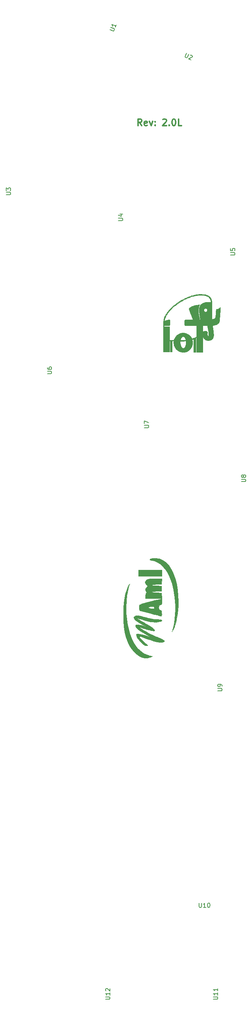
<source format=gbr>
G04 #@! TF.FileFunction,Legend,Top*
%FSLAX46Y46*%
G04 Gerber Fmt 4.6, Leading zero omitted, Abs format (unit mm)*
G04 Created by KiCad (PCBNEW 4.0.6) date 04/28/18 23:32:09*
%MOMM*%
%LPD*%
G01*
G04 APERTURE LIST*
%ADD10C,0.100000*%
%ADD11C,0.300000*%
%ADD12C,0.010000*%
%ADD13C,0.150000*%
G04 APERTURE END LIST*
D10*
D11*
X55928572Y-74678571D02*
X55428572Y-73964286D01*
X55071429Y-74678571D02*
X55071429Y-73178571D01*
X55642857Y-73178571D01*
X55785715Y-73250000D01*
X55857143Y-73321429D01*
X55928572Y-73464286D01*
X55928572Y-73678571D01*
X55857143Y-73821429D01*
X55785715Y-73892857D01*
X55642857Y-73964286D01*
X55071429Y-73964286D01*
X57142857Y-74607143D02*
X57000000Y-74678571D01*
X56714286Y-74678571D01*
X56571429Y-74607143D01*
X56500000Y-74464286D01*
X56500000Y-73892857D01*
X56571429Y-73750000D01*
X56714286Y-73678571D01*
X57000000Y-73678571D01*
X57142857Y-73750000D01*
X57214286Y-73892857D01*
X57214286Y-74035714D01*
X56500000Y-74178571D01*
X57714286Y-73678571D02*
X58071429Y-74678571D01*
X58428571Y-73678571D01*
X59000000Y-74535714D02*
X59071428Y-74607143D01*
X59000000Y-74678571D01*
X58928571Y-74607143D01*
X59000000Y-74535714D01*
X59000000Y-74678571D01*
X59000000Y-73750000D02*
X59071428Y-73821429D01*
X59000000Y-73892857D01*
X58928571Y-73821429D01*
X59000000Y-73750000D01*
X59000000Y-73892857D01*
X60785714Y-73321429D02*
X60857143Y-73250000D01*
X61000000Y-73178571D01*
X61357143Y-73178571D01*
X61500000Y-73250000D01*
X61571429Y-73321429D01*
X61642857Y-73464286D01*
X61642857Y-73607143D01*
X61571429Y-73821429D01*
X60714286Y-74678571D01*
X61642857Y-74678571D01*
X62285714Y-74535714D02*
X62357142Y-74607143D01*
X62285714Y-74678571D01*
X62214285Y-74607143D01*
X62285714Y-74535714D01*
X62285714Y-74678571D01*
X63285714Y-73178571D02*
X63428571Y-73178571D01*
X63571428Y-73250000D01*
X63642857Y-73321429D01*
X63714286Y-73464286D01*
X63785714Y-73750000D01*
X63785714Y-74107143D01*
X63714286Y-74392857D01*
X63642857Y-74535714D01*
X63571428Y-74607143D01*
X63428571Y-74678571D01*
X63285714Y-74678571D01*
X63142857Y-74607143D01*
X63071428Y-74535714D01*
X63000000Y-74392857D01*
X62928571Y-74107143D01*
X62928571Y-73750000D01*
X63000000Y-73464286D01*
X63071428Y-73321429D01*
X63142857Y-73250000D01*
X63285714Y-73178571D01*
X65142857Y-74678571D02*
X64428571Y-74678571D01*
X64428571Y-73178571D01*
D12*
G36*
X69627347Y-113783686D02*
X69782972Y-113787883D01*
X69936381Y-113794818D01*
X70084841Y-113804432D01*
X70225620Y-113816666D01*
X70355986Y-113831460D01*
X70406486Y-113838351D01*
X70598005Y-113871230D01*
X70778114Y-113913035D01*
X70946893Y-113963824D01*
X71104423Y-114023653D01*
X71250782Y-114092579D01*
X71386050Y-114170660D01*
X71510306Y-114257952D01*
X71623632Y-114354513D01*
X71726105Y-114460399D01*
X71817805Y-114575668D01*
X71898813Y-114700376D01*
X71969208Y-114834580D01*
X72029069Y-114978338D01*
X72039398Y-115007135D01*
X72076300Y-115127726D01*
X72106783Y-115259260D01*
X72130531Y-115399511D01*
X72147229Y-115546253D01*
X72156559Y-115697260D01*
X72158286Y-115844543D01*
X72158235Y-115906641D01*
X72159886Y-115954448D01*
X72163237Y-115987916D01*
X72165855Y-116000377D01*
X72169534Y-116016134D01*
X72172345Y-116035185D01*
X72174287Y-116058865D01*
X72175363Y-116088509D01*
X72175575Y-116125454D01*
X72174923Y-116171034D01*
X72173410Y-116226586D01*
X72171037Y-116293444D01*
X72167805Y-116372946D01*
X72166343Y-116406971D01*
X72164667Y-116448882D01*
X72163161Y-116494089D01*
X72161818Y-116543429D01*
X72160630Y-116597740D01*
X72159590Y-116657858D01*
X72158691Y-116724620D01*
X72157927Y-116798864D01*
X72157290Y-116881427D01*
X72156773Y-116973146D01*
X72156369Y-117074857D01*
X72156071Y-117187399D01*
X72155872Y-117311608D01*
X72155765Y-117448322D01*
X72155742Y-117598376D01*
X72155756Y-117662457D01*
X72155875Y-117791646D01*
X72156152Y-117922178D01*
X72156577Y-118053241D01*
X72157139Y-118184023D01*
X72157830Y-118313710D01*
X72158641Y-118441490D01*
X72159561Y-118566552D01*
X72160582Y-118688082D01*
X72161694Y-118805267D01*
X72162887Y-118917296D01*
X72164153Y-119023356D01*
X72165481Y-119122634D01*
X72166862Y-119214318D01*
X72168287Y-119297595D01*
X72169747Y-119371653D01*
X72171232Y-119435680D01*
X72172732Y-119488862D01*
X72174238Y-119530387D01*
X72175741Y-119559444D01*
X72177231Y-119575218D01*
X72177993Y-119577898D01*
X72187680Y-119579050D01*
X72209158Y-119576705D01*
X72240270Y-119571373D01*
X72278856Y-119563566D01*
X72322759Y-119553793D01*
X72369820Y-119542566D01*
X72417881Y-119530396D01*
X72464784Y-119517794D01*
X72508370Y-119505270D01*
X72546482Y-119493336D01*
X72570252Y-119485050D01*
X72666413Y-119444391D01*
X72751221Y-119398120D01*
X72824086Y-119346689D01*
X72884418Y-119290552D01*
X72931625Y-119230161D01*
X72953972Y-119190923D01*
X72979429Y-119139286D01*
X73069934Y-118203114D01*
X73081072Y-118087815D01*
X73091817Y-117976405D01*
X73102086Y-117869748D01*
X73111798Y-117768709D01*
X73120869Y-117674153D01*
X73129217Y-117586945D01*
X73136760Y-117507950D01*
X73143414Y-117438032D01*
X73149097Y-117378057D01*
X73153728Y-117328890D01*
X73157222Y-117291395D01*
X73159498Y-117266437D01*
X73160474Y-117254882D01*
X73160505Y-117254243D01*
X73161847Y-117248923D01*
X73167360Y-117245325D01*
X73179372Y-117243120D01*
X73200211Y-117241979D01*
X73232206Y-117241573D01*
X73250484Y-117241543D01*
X73335197Y-117237950D01*
X73416170Y-117226729D01*
X73494861Y-117207216D01*
X73572724Y-117178747D01*
X73651214Y-117140660D01*
X73731787Y-117092290D01*
X73815899Y-117032974D01*
X73905005Y-116962049D01*
X73952567Y-116921430D01*
X74002714Y-116878301D01*
X74043323Y-116845235D01*
X74075374Y-116822290D01*
X74099850Y-116809528D01*
X74117729Y-116807008D01*
X74129992Y-116814791D01*
X74137621Y-116832938D01*
X74141594Y-116861508D01*
X74142894Y-116900561D01*
X74142751Y-116933114D01*
X74142108Y-116948462D01*
X74140423Y-116977416D01*
X74137761Y-117019110D01*
X74134187Y-117072679D01*
X74129764Y-117137256D01*
X74124558Y-117211975D01*
X74118632Y-117295971D01*
X74112051Y-117388377D01*
X74104878Y-117488328D01*
X74097179Y-117594957D01*
X74089018Y-117707399D01*
X74080458Y-117824788D01*
X74071565Y-117946258D01*
X74062402Y-118070943D01*
X74053034Y-118197976D01*
X74043524Y-118326493D01*
X74033939Y-118455626D01*
X74024341Y-118584511D01*
X74014794Y-118712280D01*
X74005364Y-118838069D01*
X73996115Y-118961011D01*
X73987111Y-119080241D01*
X73978415Y-119194891D01*
X73970093Y-119304098D01*
X73962209Y-119406993D01*
X73954827Y-119502712D01*
X73948011Y-119590389D01*
X73941826Y-119669158D01*
X73936336Y-119738152D01*
X73931605Y-119796505D01*
X73927697Y-119843353D01*
X73924678Y-119877828D01*
X73922610Y-119899066D01*
X73922359Y-119901286D01*
X73904295Y-120019479D01*
X73878648Y-120127703D01*
X73844629Y-120228810D01*
X73810235Y-120307788D01*
X73759214Y-120400148D01*
X73698367Y-120485141D01*
X73627254Y-120563049D01*
X73545434Y-120634156D01*
X73452466Y-120698744D01*
X73347910Y-120757098D01*
X73231325Y-120809500D01*
X73102271Y-120856233D01*
X72960307Y-120897580D01*
X72852058Y-120923684D01*
X72783882Y-120937997D01*
X72705925Y-120952902D01*
X72622852Y-120967600D01*
X72539330Y-120981289D01*
X72460024Y-120993170D01*
X72400386Y-121001129D01*
X72361474Y-121006824D01*
X72336745Y-121012497D01*
X72326349Y-121018110D01*
X72326000Y-121019330D01*
X72326798Y-121027537D01*
X72329128Y-121049292D01*
X72332892Y-121083721D01*
X72337991Y-121129948D01*
X72344330Y-121187100D01*
X72351809Y-121254302D01*
X72360332Y-121330680D01*
X72369801Y-121415358D01*
X72380119Y-121507463D01*
X72391187Y-121606119D01*
X72402908Y-121710453D01*
X72415184Y-121819589D01*
X72427704Y-121930742D01*
X72444225Y-122077346D01*
X72459201Y-122210315D01*
X72472706Y-122330437D01*
X72484817Y-122438500D01*
X72495610Y-122535292D01*
X72505160Y-122621603D01*
X72513544Y-122698219D01*
X72520837Y-122765929D01*
X72527115Y-122825521D01*
X72532456Y-122877784D01*
X72536933Y-122923505D01*
X72540624Y-122963473D01*
X72543604Y-122998477D01*
X72545949Y-123029303D01*
X72547736Y-123056741D01*
X72549039Y-123081578D01*
X72549936Y-123104603D01*
X72550502Y-123126605D01*
X72550812Y-123148370D01*
X72550944Y-123170688D01*
X72550972Y-123194346D01*
X72550972Y-123209938D01*
X72546499Y-123362157D01*
X72532987Y-123503340D01*
X72510291Y-123633917D01*
X72478270Y-123754322D01*
X72436781Y-123864983D01*
X72385679Y-123966335D01*
X72324824Y-124058806D01*
X72254071Y-124142830D01*
X72235762Y-124161625D01*
X72155275Y-124233400D01*
X72066660Y-124295811D01*
X71969308Y-124349084D01*
X71862614Y-124393447D01*
X71745970Y-124429125D01*
X71618768Y-124456345D01*
X71480403Y-124475334D01*
X71371686Y-124484148D01*
X71224657Y-124487603D01*
X71086756Y-124479804D01*
X70957907Y-124460719D01*
X70838032Y-124430316D01*
X70727056Y-124388562D01*
X70624901Y-124335426D01*
X70531492Y-124270876D01*
X70446751Y-124194880D01*
X70370603Y-124107406D01*
X70328407Y-124048500D01*
X70278966Y-123968307D01*
X70235329Y-123884521D01*
X70197103Y-123795766D01*
X70163895Y-123700667D01*
X70135311Y-123597850D01*
X70110958Y-123485940D01*
X70090441Y-123363562D01*
X70073368Y-123229342D01*
X70062564Y-123119828D01*
X70060746Y-123101310D01*
X70059291Y-123092028D01*
X70058151Y-123092801D01*
X70057280Y-123104446D01*
X70056631Y-123127781D01*
X70056156Y-123163626D01*
X70055809Y-123212797D01*
X70055681Y-123239571D01*
X70054447Y-123527952D01*
X70053269Y-123802157D01*
X70052145Y-124062526D01*
X70051074Y-124309398D01*
X70050054Y-124543111D01*
X70049083Y-124764006D01*
X70048159Y-124972421D01*
X70047281Y-125168694D01*
X70046447Y-125353166D01*
X70045654Y-125526174D01*
X70044902Y-125688058D01*
X70044189Y-125839158D01*
X70043512Y-125979811D01*
X70042870Y-126110357D01*
X70042261Y-126231136D01*
X70041684Y-126342485D01*
X70041136Y-126444745D01*
X70040616Y-126538253D01*
X70040121Y-126623350D01*
X70039652Y-126700373D01*
X70039204Y-126769663D01*
X70038778Y-126831558D01*
X70038370Y-126886397D01*
X70037979Y-126934519D01*
X70037604Y-126976264D01*
X70037242Y-127011969D01*
X70036892Y-127041975D01*
X70036553Y-127066620D01*
X70036221Y-127086243D01*
X70035896Y-127101183D01*
X70035576Y-127111780D01*
X70035358Y-127116700D01*
X70031346Y-127191086D01*
X69517968Y-127191086D01*
X69426021Y-127191014D01*
X69333078Y-127190807D01*
X69241000Y-127190477D01*
X69151652Y-127190036D01*
X69066897Y-127189497D01*
X68988596Y-127188872D01*
X68918614Y-127188173D01*
X68858812Y-127187413D01*
X68811054Y-127186604D01*
X68798395Y-127186331D01*
X68592200Y-127181577D01*
X68594500Y-126524117D01*
X68594749Y-126433320D01*
X68594912Y-126329660D01*
X68594992Y-126214786D01*
X68594990Y-126090350D01*
X68594910Y-125958002D01*
X68594754Y-125819392D01*
X68594524Y-125676171D01*
X68594225Y-125529990D01*
X68593857Y-125382499D01*
X68593424Y-125235347D01*
X68592928Y-125090187D01*
X68592372Y-124948668D01*
X68591796Y-124820048D01*
X68586791Y-123773439D01*
X68535067Y-123816508D01*
X68507483Y-123839662D01*
X68479910Y-123863115D01*
X68457237Y-123882701D01*
X68452313Y-123887031D01*
X68421282Y-123914486D01*
X68414331Y-125311486D01*
X68413614Y-125456717D01*
X68412916Y-125600294D01*
X68412241Y-125741349D01*
X68411593Y-125879013D01*
X68410975Y-126012420D01*
X68410391Y-126140699D01*
X68409845Y-126262984D01*
X68409341Y-126378406D01*
X68408883Y-126486097D01*
X68408473Y-126585189D01*
X68408117Y-126674813D01*
X68407817Y-126754102D01*
X68407578Y-126822187D01*
X68407403Y-126878200D01*
X68407296Y-126921273D01*
X68407261Y-126946157D01*
X68407143Y-127183828D01*
X67928172Y-127183828D01*
X67928172Y-125681600D01*
X67928159Y-125535050D01*
X67928124Y-125392401D01*
X67928065Y-125254328D01*
X67927986Y-125121506D01*
X67927886Y-124994611D01*
X67927767Y-124874318D01*
X67927630Y-124761302D01*
X67927476Y-124656239D01*
X67927307Y-124559803D01*
X67927124Y-124472670D01*
X67926927Y-124395516D01*
X67926718Y-124329016D01*
X67926498Y-124273845D01*
X67926269Y-124230678D01*
X67926030Y-124200190D01*
X67925785Y-124183058D01*
X67925604Y-124179371D01*
X67918310Y-124181820D01*
X67899762Y-124188597D01*
X67872267Y-124198843D01*
X67838126Y-124211703D01*
X67811304Y-124221879D01*
X67769000Y-124237790D01*
X67727002Y-124253265D01*
X67689116Y-124266922D01*
X67659149Y-124277380D01*
X67648772Y-124280834D01*
X67623192Y-124289557D01*
X67603110Y-124297220D01*
X67592506Y-124302294D01*
X67592107Y-124302611D01*
X67591816Y-124311081D01*
X67594710Y-124331177D01*
X67600332Y-124360476D01*
X67608228Y-124396552D01*
X67615442Y-124426899D01*
X67632403Y-124498262D01*
X67646044Y-124561722D01*
X67656708Y-124620331D01*
X67664739Y-124677137D01*
X67670480Y-124735192D01*
X67674275Y-124797546D01*
X67676467Y-124867249D01*
X67677401Y-124947352D01*
X67677493Y-124977657D01*
X67677477Y-125043405D01*
X67677143Y-125097128D01*
X67676367Y-125141313D01*
X67675023Y-125178447D01*
X67672985Y-125211019D01*
X67670127Y-125241516D01*
X67666325Y-125272426D01*
X67661453Y-125306236D01*
X67660657Y-125311486D01*
X67625789Y-125493964D01*
X67577752Y-125670444D01*
X67516612Y-125840772D01*
X67442438Y-126004795D01*
X67355298Y-126162360D01*
X67255258Y-126313316D01*
X67164456Y-126431078D01*
X67129764Y-126471082D01*
X67086903Y-126517133D01*
X67038625Y-126566546D01*
X66987680Y-126616636D01*
X66936819Y-126664716D01*
X66888794Y-126708103D01*
X66846356Y-126744111D01*
X66832343Y-126755241D01*
X66684893Y-126860787D01*
X66532369Y-126952736D01*
X66374746Y-127031095D01*
X66212002Y-127095874D01*
X66044113Y-127147083D01*
X65871055Y-127184730D01*
X65692806Y-127208825D01*
X65649792Y-127212550D01*
X65570665Y-127217045D01*
X65489738Y-127218686D01*
X65413224Y-127217410D01*
X65373657Y-127215332D01*
X65199024Y-127197349D01*
X65031983Y-127167730D01*
X64870884Y-127126024D01*
X64714073Y-127071783D01*
X64559898Y-127004557D01*
X64513686Y-126981676D01*
X64445938Y-126945109D01*
X64372917Y-126902036D01*
X64298753Y-126855113D01*
X64227571Y-126806999D01*
X64163502Y-126760350D01*
X64133922Y-126737195D01*
X64010031Y-126628426D01*
X63892753Y-126507919D01*
X63783550Y-126377503D01*
X63683887Y-126239013D01*
X63595230Y-126094279D01*
X63546578Y-126002506D01*
X63486389Y-125873492D01*
X63436047Y-125746460D01*
X63394495Y-125617946D01*
X63360674Y-125484487D01*
X63333527Y-125342619D01*
X63322194Y-125267943D01*
X63317751Y-125226228D01*
X63314272Y-125173333D01*
X63311764Y-125112159D01*
X63310232Y-125045603D01*
X63309681Y-124976563D01*
X63309767Y-124963027D01*
X64824083Y-124963027D01*
X64824925Y-125006686D01*
X64833262Y-125153496D01*
X64848626Y-125294485D01*
X64870705Y-125428963D01*
X64899184Y-125556243D01*
X64933750Y-125675636D01*
X64974088Y-125786453D01*
X65019886Y-125888007D01*
X65070830Y-125979609D01*
X65126607Y-126060570D01*
X65186901Y-126130203D01*
X65251401Y-126187820D01*
X65319791Y-126232731D01*
X65391760Y-126264249D01*
X65399057Y-126266612D01*
X65429561Y-126272668D01*
X65468961Y-126275625D01*
X65511982Y-126275523D01*
X65553351Y-126272400D01*
X65587793Y-126266296D01*
X65591869Y-126265175D01*
X65655018Y-126239722D01*
X65717801Y-126200867D01*
X65779124Y-126149707D01*
X65837891Y-126087336D01*
X65893006Y-126014848D01*
X65943374Y-125933338D01*
X65965170Y-125892075D01*
X66014340Y-125783861D01*
X66056460Y-125668966D01*
X66092008Y-125545713D01*
X66121459Y-125412424D01*
X66145290Y-125267423D01*
X66147824Y-125248940D01*
X66151969Y-125210162D01*
X66155294Y-125162961D01*
X66157821Y-125109158D01*
X66159567Y-125050573D01*
X66160555Y-124989025D01*
X66160804Y-124926334D01*
X66160334Y-124864320D01*
X66159165Y-124804803D01*
X66157318Y-124749604D01*
X66154812Y-124700542D01*
X66151668Y-124659437D01*
X66147907Y-124628108D01*
X66143547Y-124608377D01*
X66140668Y-124602877D01*
X66132638Y-124602355D01*
X66112605Y-124603118D01*
X66083010Y-124605015D01*
X66046291Y-124607894D01*
X66014851Y-124610672D01*
X65900214Y-124620757D01*
X65789503Y-124629386D01*
X65679903Y-124636704D01*
X65568600Y-124642859D01*
X65452778Y-124647998D01*
X65329623Y-124652268D01*
X65196319Y-124655816D01*
X65117936Y-124657507D01*
X65056297Y-124658848D01*
X64999282Y-124660294D01*
X64948506Y-124661787D01*
X64905582Y-124663272D01*
X64872126Y-124664691D01*
X64849751Y-124665989D01*
X64840071Y-124667108D01*
X64839833Y-124667234D01*
X64836605Y-124677385D01*
X64833536Y-124699767D01*
X64830726Y-124732096D01*
X64828277Y-124772089D01*
X64826287Y-124817462D01*
X64824858Y-124865931D01*
X64824090Y-124915214D01*
X64824083Y-124963027D01*
X63309767Y-124963027D01*
X63310117Y-124907939D01*
X63311545Y-124842627D01*
X63313971Y-124783529D01*
X63317400Y-124733540D01*
X63321118Y-124700308D01*
X63331308Y-124629788D01*
X63312897Y-124626233D01*
X63300484Y-124624994D01*
X63275911Y-124623494D01*
X63241529Y-124621840D01*
X63199686Y-124620140D01*
X63152734Y-124618504D01*
X63129386Y-124617782D01*
X62964286Y-124612886D01*
X62964286Y-127169314D01*
X62543412Y-127169314D01*
X62541577Y-125875728D01*
X62539743Y-124582143D01*
X62454333Y-124575629D01*
X62420778Y-124573317D01*
X62392921Y-124571866D01*
X62373705Y-124571395D01*
X62366095Y-124572001D01*
X62365768Y-124579443D01*
X62365394Y-124600670D01*
X62364976Y-124634954D01*
X62364519Y-124681566D01*
X62364027Y-124739776D01*
X62363506Y-124808856D01*
X62362959Y-124888077D01*
X62362391Y-124976711D01*
X62361807Y-125074027D01*
X62361212Y-125179299D01*
X62360610Y-125291795D01*
X62360005Y-125410789D01*
X62359402Y-125535550D01*
X62358806Y-125665350D01*
X62358222Y-125799461D01*
X62357918Y-125872100D01*
X62352569Y-127169314D01*
X60903257Y-127169314D01*
X60903183Y-125425786D01*
X60903168Y-125235565D01*
X60903139Y-125059201D01*
X60903090Y-124896035D01*
X60903017Y-124745412D01*
X60902915Y-124606671D01*
X60902780Y-124479157D01*
X60902720Y-124437830D01*
X64872915Y-124437830D01*
X64872915Y-124456180D01*
X65063415Y-124451751D01*
X65127665Y-124450110D01*
X65199097Y-124448038D01*
X65272697Y-124445696D01*
X65343455Y-124443247D01*
X65406359Y-124440851D01*
X65424457Y-124440104D01*
X65494127Y-124436919D01*
X65566379Y-124433186D01*
X65639697Y-124429018D01*
X65712569Y-124424526D01*
X65783479Y-124419825D01*
X65850914Y-124415027D01*
X65913359Y-124410244D01*
X65969300Y-124405590D01*
X66017224Y-124401177D01*
X66055616Y-124397119D01*
X66082961Y-124393528D01*
X66097746Y-124390517D01*
X66099422Y-124389797D01*
X66101861Y-124380156D01*
X66099397Y-124358277D01*
X66092340Y-124325467D01*
X66081003Y-124283035D01*
X66065696Y-124232287D01*
X66051574Y-124188884D01*
X66010670Y-124079405D01*
X65964736Y-123979764D01*
X65914279Y-123890460D01*
X65859807Y-123811991D01*
X65801826Y-123744853D01*
X65740844Y-123689545D01*
X65677368Y-123646564D01*
X65611906Y-123616408D01*
X65544966Y-123599574D01*
X65477053Y-123596561D01*
X65450422Y-123599238D01*
X65387368Y-123613027D01*
X65328757Y-123636523D01*
X65272420Y-123670955D01*
X65216190Y-123717551D01*
X65182069Y-123751368D01*
X65114908Y-123831429D01*
X65053972Y-123924431D01*
X64999372Y-124030151D01*
X64951219Y-124148368D01*
X64909622Y-124278859D01*
X64897756Y-124323012D01*
X64888574Y-124359973D01*
X64880925Y-124393254D01*
X64875503Y-124419644D01*
X64873003Y-124435931D01*
X64872915Y-124437830D01*
X60902720Y-124437830D01*
X60902608Y-124362211D01*
X60902394Y-124255176D01*
X60902133Y-124157394D01*
X60901822Y-124068208D01*
X60901454Y-123986959D01*
X60901027Y-123912990D01*
X60900536Y-123845643D01*
X60899976Y-123784262D01*
X60899342Y-123728187D01*
X60898630Y-123676762D01*
X60897836Y-123629329D01*
X60896955Y-123585230D01*
X60895982Y-123543808D01*
X60894914Y-123504404D01*
X60893745Y-123466362D01*
X60892472Y-123429023D01*
X60891089Y-123391730D01*
X60889592Y-123353825D01*
X60888928Y-123337543D01*
X60873282Y-122880137D01*
X60864280Y-122430750D01*
X60861910Y-121990129D01*
X60866160Y-121559018D01*
X60874015Y-121254663D01*
X61084686Y-121254663D01*
X61717872Y-121256517D01*
X62351057Y-121258371D01*
X62352888Y-122816843D01*
X62353101Y-122994159D01*
X62353308Y-123157531D01*
X62353516Y-123307527D01*
X62353730Y-123444717D01*
X62353955Y-123569669D01*
X62354195Y-123682954D01*
X62354458Y-123785140D01*
X62354747Y-123876796D01*
X62355069Y-123958493D01*
X62355428Y-124030799D01*
X62355829Y-124094284D01*
X62356279Y-124149516D01*
X62356783Y-124197066D01*
X62357344Y-124237502D01*
X62357970Y-124271393D01*
X62358666Y-124299310D01*
X62359435Y-124321821D01*
X62360285Y-124339495D01*
X62361220Y-124352903D01*
X62362245Y-124362612D01*
X62363366Y-124369193D01*
X62364588Y-124373215D01*
X62365917Y-124375246D01*
X62367357Y-124375857D01*
X62367403Y-124375860D01*
X62376733Y-124376276D01*
X62399284Y-124377289D01*
X62433776Y-124378841D01*
X62478933Y-124380875D01*
X62533473Y-124383333D01*
X62596119Y-124386157D01*
X62665592Y-124389290D01*
X62740614Y-124392674D01*
X62819904Y-124396251D01*
X62830029Y-124396708D01*
X62910990Y-124400340D01*
X62988798Y-124403791D01*
X63062044Y-124407001D01*
X63129316Y-124409909D01*
X63189205Y-124412457D01*
X63240302Y-124414583D01*
X63281194Y-124416228D01*
X63310474Y-124417332D01*
X63326729Y-124417835D01*
X63327143Y-124417842D01*
X63374315Y-124418675D01*
X63398374Y-124333494D01*
X63447540Y-124183836D01*
X63509933Y-124034644D01*
X63584351Y-123887916D01*
X63669587Y-123745654D01*
X63764438Y-123609855D01*
X63867699Y-123482520D01*
X63978164Y-123365646D01*
X63986351Y-123357701D01*
X64120537Y-123238053D01*
X64261987Y-123130946D01*
X64410482Y-123036487D01*
X64565802Y-122954779D01*
X64727725Y-122885930D01*
X64896033Y-122830044D01*
X65070506Y-122787227D01*
X65232143Y-122760017D01*
X65290022Y-122754072D01*
X65358491Y-122749933D01*
X65433737Y-122747602D01*
X65511948Y-122747082D01*
X65589311Y-122748376D01*
X65662014Y-122751487D01*
X65726244Y-122756416D01*
X65754657Y-122759651D01*
X65934276Y-122790007D01*
X66107481Y-122833342D01*
X66274156Y-122889600D01*
X66434186Y-122958725D01*
X66587455Y-123040662D01*
X66733848Y-123135356D01*
X66873249Y-123242750D01*
X67000688Y-123358038D01*
X67115489Y-123477261D01*
X67217551Y-123598918D01*
X67308650Y-123725481D01*
X67390563Y-123859423D01*
X67465064Y-124003217D01*
X67467107Y-124007507D01*
X67514200Y-124106616D01*
X67617772Y-124070204D01*
X67781104Y-124009530D01*
X67944961Y-123942405D01*
X68106137Y-123870304D01*
X68261426Y-123794703D01*
X68407625Y-123717079D01*
X68501486Y-123663135D01*
X68592200Y-123609146D01*
X68596542Y-123065130D01*
X68597236Y-122973871D01*
X68597965Y-122870319D01*
X68598715Y-122756693D01*
X68599473Y-122635215D01*
X68600227Y-122508106D01*
X68600964Y-122377586D01*
X68601672Y-122245875D01*
X68602338Y-122115194D01*
X68602661Y-122047711D01*
X70061772Y-122047711D01*
X70061772Y-122489960D01*
X70086927Y-122467874D01*
X70143383Y-122424526D01*
X70210105Y-122383580D01*
X70282847Y-122347226D01*
X70357362Y-122317656D01*
X70408102Y-122302218D01*
X70444677Y-122293496D01*
X70478144Y-122287821D01*
X70513792Y-122284579D01*
X70556912Y-122283153D01*
X70573400Y-122282978D01*
X70674510Y-122288207D01*
X70768792Y-122305725D01*
X70857985Y-122336105D01*
X70943829Y-122379919D01*
X71016287Y-122428770D01*
X71064861Y-122466799D01*
X71101756Y-122500243D01*
X71128095Y-122531359D01*
X71145002Y-122562402D01*
X71153599Y-122595627D01*
X71155010Y-122633290D01*
X71150356Y-122677646D01*
X71147870Y-122693039D01*
X71140164Y-122731432D01*
X71130139Y-122772421D01*
X71119695Y-122808377D01*
X71117469Y-122815028D01*
X71098797Y-122888879D01*
X71090600Y-122969896D01*
X71092489Y-123055620D01*
X71104075Y-123143594D01*
X71124970Y-123231358D01*
X71154784Y-123316453D01*
X71193128Y-123396423D01*
X71215367Y-123433700D01*
X71235352Y-123463195D01*
X71251236Y-123481208D01*
X71265619Y-123489130D01*
X71281098Y-123488354D01*
X71300272Y-123480273D01*
X71301289Y-123479746D01*
X71332096Y-123456454D01*
X71358188Y-123421023D01*
X71379558Y-123373360D01*
X71396200Y-123313369D01*
X71408108Y-123240956D01*
X71415277Y-123156027D01*
X71417699Y-123058488D01*
X71415369Y-122948244D01*
X71408280Y-122825200D01*
X71396427Y-122689263D01*
X71379804Y-122540337D01*
X71358404Y-122378329D01*
X71332220Y-122203144D01*
X71301248Y-122014687D01*
X71265481Y-121812865D01*
X71224913Y-121597582D01*
X71179537Y-121368745D01*
X71157359Y-121260408D01*
X71147135Y-121211173D01*
X71137701Y-121166207D01*
X71129504Y-121127610D01*
X71122993Y-121097483D01*
X71118616Y-121077926D01*
X71117017Y-121071500D01*
X71115607Y-121069070D01*
X71112329Y-121066971D01*
X71106194Y-121065178D01*
X71096210Y-121063667D01*
X71081387Y-121062414D01*
X71060733Y-121061395D01*
X71033258Y-121060587D01*
X70997971Y-121059965D01*
X70953882Y-121059505D01*
X70899999Y-121059183D01*
X70835332Y-121058976D01*
X70758890Y-121058859D01*
X70669682Y-121058809D01*
X70592232Y-121058800D01*
X70071385Y-121058800D01*
X70066578Y-121332130D01*
X70065660Y-121392503D01*
X70064799Y-121464877D01*
X70064013Y-121546738D01*
X70063318Y-121635573D01*
X70062731Y-121728868D01*
X70062269Y-121824111D01*
X70061949Y-121918787D01*
X70061788Y-122010384D01*
X70061772Y-122047711D01*
X68602661Y-122047711D01*
X68602949Y-121987764D01*
X68603493Y-121865806D01*
X68603799Y-121791771D01*
X68606715Y-121062428D01*
X67296800Y-121058800D01*
X65986886Y-121055171D01*
X65954229Y-121035923D01*
X65915041Y-121004526D01*
X65884060Y-120961860D01*
X65861991Y-120909081D01*
X65852668Y-120869371D01*
X65850834Y-120851619D01*
X65849317Y-120821287D01*
X65848114Y-120778106D01*
X65847222Y-120721810D01*
X65846639Y-120652132D01*
X65846362Y-120568804D01*
X65846387Y-120471560D01*
X65846712Y-120360131D01*
X65846827Y-120333086D01*
X65849000Y-119843228D01*
X65865571Y-119802247D01*
X65886152Y-119762785D01*
X65913541Y-119726372D01*
X65944260Y-119697120D01*
X65966738Y-119682674D01*
X65971342Y-119680620D01*
X65976968Y-119678777D01*
X65984408Y-119677129D01*
X65994453Y-119675661D01*
X66007895Y-119674358D01*
X66025523Y-119673205D01*
X66048130Y-119672185D01*
X66076506Y-119671285D01*
X66111443Y-119670488D01*
X66153732Y-119669780D01*
X66204163Y-119669145D01*
X66263529Y-119668567D01*
X66332619Y-119668032D01*
X66412226Y-119667524D01*
X66503141Y-119667029D01*
X66606153Y-119666529D01*
X66722056Y-119666011D01*
X66851639Y-119665459D01*
X66858968Y-119665428D01*
X67723793Y-119661800D01*
X67295631Y-118475257D01*
X67241726Y-118325858D01*
X67192537Y-118189479D01*
X67147846Y-118065491D01*
X67107434Y-117953264D01*
X67071086Y-117852168D01*
X67038581Y-117761573D01*
X67009703Y-117680851D01*
X66984234Y-117609370D01*
X66961955Y-117546502D01*
X66942650Y-117491617D01*
X66926100Y-117444084D01*
X66912087Y-117403275D01*
X66900394Y-117368560D01*
X66890802Y-117339308D01*
X66883095Y-117314890D01*
X66877053Y-117294677D01*
X66872460Y-117278039D01*
X66869097Y-117264345D01*
X66866746Y-117252967D01*
X66865191Y-117243274D01*
X66864212Y-117234638D01*
X66863592Y-117226427D01*
X66863585Y-117226315D01*
X66864336Y-117166305D01*
X66874956Y-117110290D01*
X66896302Y-117056397D01*
X66929232Y-117002750D01*
X66974602Y-116947474D01*
X67005911Y-116914962D01*
X67072327Y-116855454D01*
X67149761Y-116797872D01*
X67238765Y-116741925D01*
X67339891Y-116687323D01*
X67453691Y-116633774D01*
X67580716Y-116580989D01*
X67721517Y-116528676D01*
X67772143Y-116511110D01*
X67925186Y-116462032D01*
X68090214Y-116414964D01*
X68264772Y-116370419D01*
X68446410Y-116328910D01*
X68632674Y-116290950D01*
X68821112Y-116257052D01*
X69009270Y-116227729D01*
X69194696Y-116203496D01*
X69294974Y-116192487D01*
X69344604Y-116187428D01*
X69319385Y-116222814D01*
X69288378Y-116271946D01*
X69256496Y-116332896D01*
X69224854Y-116403103D01*
X69194565Y-116480007D01*
X69166746Y-116561048D01*
X69154122Y-116602282D01*
X69115862Y-116750942D01*
X69084769Y-116911264D01*
X69060885Y-117082263D01*
X69044252Y-117262958D01*
X69034914Y-117452364D01*
X69032913Y-117649498D01*
X69038289Y-117853376D01*
X69051087Y-118063015D01*
X69071349Y-118277432D01*
X69079141Y-118344628D01*
X69104034Y-118530747D01*
X69134663Y-118726417D01*
X69170365Y-118928160D01*
X69210479Y-119132500D01*
X69254342Y-119335960D01*
X69301291Y-119535061D01*
X69320351Y-119611000D01*
X69333331Y-119661800D01*
X69422601Y-119663844D01*
X69511870Y-119665888D01*
X69508443Y-119642073D01*
X69505858Y-119628681D01*
X69500359Y-119603355D01*
X69492444Y-119568268D01*
X69482607Y-119525593D01*
X69471344Y-119477506D01*
X69460828Y-119433200D01*
X69390361Y-119116598D01*
X69331208Y-118803488D01*
X69282647Y-118489487D01*
X69243958Y-118170213D01*
X69230394Y-118032571D01*
X69226509Y-117981719D01*
X69223071Y-117919789D01*
X69220115Y-117849229D01*
X69217677Y-117772486D01*
X69215790Y-117692007D01*
X69214490Y-117610238D01*
X69213812Y-117529627D01*
X69213797Y-117474906D01*
X70296527Y-117474906D01*
X70305396Y-117546543D01*
X70326143Y-117616110D01*
X70358803Y-117681826D01*
X70403408Y-117741909D01*
X70417575Y-117757006D01*
X70474977Y-117805376D01*
X70538580Y-117840865D01*
X70607350Y-117863170D01*
X70680252Y-117871993D01*
X70756253Y-117867034D01*
X70781180Y-117862462D01*
X70847893Y-117841217D01*
X70908471Y-117807958D01*
X70961959Y-117764230D01*
X71007404Y-117711577D01*
X71043849Y-117651544D01*
X71070340Y-117585675D01*
X71085923Y-117515516D01*
X71089641Y-117442610D01*
X71082031Y-117375800D01*
X71060914Y-117301357D01*
X71027871Y-117234829D01*
X70982245Y-117174980D01*
X70965946Y-117158086D01*
X70908324Y-117109792D01*
X70847024Y-117075304D01*
X70780864Y-117054131D01*
X70708661Y-117045780D01*
X70695604Y-117045600D01*
X70620279Y-117051721D01*
X70551725Y-117070411D01*
X70488665Y-117102162D01*
X70429820Y-117147465D01*
X70429168Y-117148062D01*
X70379155Y-117203312D01*
X70340850Y-117265404D01*
X70314288Y-117332555D01*
X70299502Y-117402983D01*
X70296527Y-117474906D01*
X69213797Y-117474906D01*
X69213790Y-117452622D01*
X69214460Y-117381669D01*
X69215856Y-117319214D01*
X69218012Y-117267707D01*
X69219237Y-117248800D01*
X69235802Y-117077529D01*
X69259035Y-116918898D01*
X69289047Y-116772598D01*
X69325948Y-116638319D01*
X69369850Y-116515752D01*
X69420864Y-116404588D01*
X69479101Y-116304518D01*
X69544673Y-116215231D01*
X69617690Y-116136420D01*
X69619958Y-116134251D01*
X69701661Y-116064284D01*
X69796518Y-115997132D01*
X69903362Y-115933258D01*
X70021024Y-115873125D01*
X70148337Y-115817195D01*
X70284132Y-115765932D01*
X70427242Y-115719798D01*
X70576499Y-115679255D01*
X70730734Y-115644768D01*
X70888780Y-115616799D01*
X70947143Y-115608310D01*
X71006280Y-115601575D01*
X71074705Y-115596051D01*
X71149066Y-115591829D01*
X71226006Y-115588999D01*
X71302174Y-115587649D01*
X71374215Y-115587869D01*
X71438776Y-115589750D01*
X71492501Y-115593380D01*
X71495403Y-115593665D01*
X71602167Y-115607756D01*
X71701574Y-115627652D01*
X71791694Y-115652862D01*
X71870597Y-115682898D01*
X71898364Y-115696041D01*
X71920933Y-115706834D01*
X71937916Y-115713831D01*
X71945751Y-115715570D01*
X71945817Y-115715517D01*
X71946394Y-115707606D01*
X71945966Y-115687871D01*
X71944639Y-115658956D01*
X71942521Y-115623508D01*
X71941469Y-115607999D01*
X71924390Y-115440935D01*
X71897168Y-115283657D01*
X71859681Y-115136052D01*
X71811804Y-114998007D01*
X71753414Y-114869412D01*
X71684388Y-114750153D01*
X71604602Y-114640119D01*
X71513932Y-114539197D01*
X71412256Y-114447275D01*
X71299449Y-114364242D01*
X71175388Y-114289984D01*
X71039950Y-114224391D01*
X70893011Y-114167349D01*
X70734448Y-114118747D01*
X70564137Y-114078472D01*
X70381954Y-114046412D01*
X70196029Y-114023286D01*
X70119837Y-114016484D01*
X70033092Y-114010353D01*
X69938188Y-114004953D01*
X69837519Y-114000344D01*
X69733480Y-113996586D01*
X69628464Y-113993739D01*
X69524866Y-113991864D01*
X69425080Y-113991020D01*
X69331500Y-113991268D01*
X69246522Y-113992668D01*
X69172538Y-113995280D01*
X69143743Y-113996850D01*
X68902441Y-114017652D01*
X68654048Y-114050412D01*
X68399242Y-114094826D01*
X68138702Y-114150591D01*
X67873105Y-114217407D01*
X67603131Y-114294968D01*
X67329458Y-114382974D01*
X67052763Y-114481121D01*
X66773726Y-114589108D01*
X66493024Y-114706630D01*
X66211336Y-114833386D01*
X65929340Y-114969073D01*
X65647715Y-115113389D01*
X65367139Y-115266030D01*
X65088290Y-115426695D01*
X64811847Y-115595080D01*
X64538488Y-115770883D01*
X64268891Y-115953802D01*
X64003734Y-116143533D01*
X63743696Y-116339775D01*
X63552094Y-116491322D01*
X63346892Y-116661540D01*
X63144619Y-116838366D01*
X62947246Y-117019915D01*
X62756739Y-117204300D01*
X62575069Y-117389635D01*
X62404203Y-117574035D01*
X62307008Y-117684228D01*
X62141419Y-117882921D01*
X61987750Y-118082111D01*
X61846218Y-118281387D01*
X61717045Y-118480336D01*
X61600449Y-118678545D01*
X61496651Y-118875602D01*
X61405870Y-119071094D01*
X61328325Y-119264609D01*
X61264238Y-119455734D01*
X61213826Y-119644057D01*
X61183207Y-119794047D01*
X61176060Y-119836878D01*
X61169434Y-119880132D01*
X61164007Y-119919143D01*
X61160460Y-119949241D01*
X61160137Y-119952647D01*
X61155118Y-120008027D01*
X61191522Y-119981873D01*
X61246181Y-119947203D01*
X61313379Y-119912285D01*
X61391175Y-119877859D01*
X61477628Y-119844663D01*
X61570796Y-119813437D01*
X61668739Y-119784921D01*
X61769515Y-119759855D01*
X61781372Y-119757188D01*
X61861429Y-119740991D01*
X61942056Y-119727677D01*
X62021316Y-119717372D01*
X62097277Y-119710201D01*
X62168004Y-119706291D01*
X62231563Y-119705766D01*
X62286022Y-119708752D01*
X62329444Y-119715374D01*
X62347413Y-119720433D01*
X62375403Y-119732639D01*
X62391314Y-119746004D01*
X62395047Y-119752514D01*
X62396458Y-119761157D01*
X62397525Y-119779969D01*
X62398246Y-119809410D01*
X62398619Y-119849941D01*
X62398642Y-119902022D01*
X62398314Y-119966114D01*
X62397633Y-120042678D01*
X62396598Y-120132174D01*
X62395206Y-120235064D01*
X62393455Y-120351806D01*
X62392604Y-120405657D01*
X62391046Y-120500368D01*
X62389481Y-120590886D01*
X62387930Y-120676165D01*
X62386417Y-120755159D01*
X62384964Y-120826821D01*
X62383593Y-120890104D01*
X62382328Y-120943963D01*
X62381190Y-120987351D01*
X62380202Y-121019221D01*
X62379387Y-121038527D01*
X62378840Y-121044286D01*
X62371214Y-121044850D01*
X62350116Y-121045439D01*
X62316587Y-121046044D01*
X62271669Y-121046655D01*
X62216404Y-121047261D01*
X62151834Y-121047854D01*
X62079000Y-121048424D01*
X61998944Y-121048961D01*
X61912708Y-121049456D01*
X61821334Y-121049898D01*
X61734548Y-121050247D01*
X61093842Y-121052580D01*
X61089327Y-121090161D01*
X61087173Y-121115706D01*
X61085560Y-121149299D01*
X61084779Y-121184479D01*
X61084749Y-121191203D01*
X61084686Y-121254663D01*
X60874015Y-121254663D01*
X60877022Y-121138164D01*
X60894483Y-120728313D01*
X60918532Y-120330209D01*
X60936126Y-120097228D01*
X60950500Y-119947748D01*
X60968663Y-119809151D01*
X60991277Y-119678148D01*
X61019002Y-119551447D01*
X61052499Y-119425760D01*
X61092430Y-119297796D01*
X61103076Y-119266286D01*
X61179247Y-119063756D01*
X61269517Y-118859412D01*
X61373626Y-118653566D01*
X61491316Y-118446529D01*
X61622327Y-118238612D01*
X61766400Y-118030124D01*
X61923275Y-117821379D01*
X62092694Y-117612685D01*
X62274398Y-117404355D01*
X62468126Y-117196699D01*
X62673621Y-116990029D01*
X62890622Y-116784654D01*
X63118870Y-116580887D01*
X63358107Y-116379038D01*
X63608073Y-116179417D01*
X63795229Y-116036735D01*
X64059771Y-115844150D01*
X64329463Y-115658053D01*
X64603568Y-115478767D01*
X64881348Y-115306612D01*
X65162066Y-115141910D01*
X65444983Y-114984984D01*
X65729361Y-114836154D01*
X66014464Y-114695743D01*
X66299553Y-114564072D01*
X66583890Y-114441462D01*
X66866738Y-114328236D01*
X67147360Y-114224715D01*
X67425017Y-114131221D01*
X67698971Y-114048075D01*
X67968485Y-113975599D01*
X68232822Y-113914115D01*
X68491243Y-113863945D01*
X68743011Y-113825409D01*
X68911630Y-113805856D01*
X69037343Y-113795470D01*
X69174504Y-113788120D01*
X69320380Y-113783745D01*
X69472238Y-113782287D01*
X69627347Y-113783686D01*
X69627347Y-113783686D01*
G37*
X69627347Y-113783686D02*
X69782972Y-113787883D01*
X69936381Y-113794818D01*
X70084841Y-113804432D01*
X70225620Y-113816666D01*
X70355986Y-113831460D01*
X70406486Y-113838351D01*
X70598005Y-113871230D01*
X70778114Y-113913035D01*
X70946893Y-113963824D01*
X71104423Y-114023653D01*
X71250782Y-114092579D01*
X71386050Y-114170660D01*
X71510306Y-114257952D01*
X71623632Y-114354513D01*
X71726105Y-114460399D01*
X71817805Y-114575668D01*
X71898813Y-114700376D01*
X71969208Y-114834580D01*
X72029069Y-114978338D01*
X72039398Y-115007135D01*
X72076300Y-115127726D01*
X72106783Y-115259260D01*
X72130531Y-115399511D01*
X72147229Y-115546253D01*
X72156559Y-115697260D01*
X72158286Y-115844543D01*
X72158235Y-115906641D01*
X72159886Y-115954448D01*
X72163237Y-115987916D01*
X72165855Y-116000377D01*
X72169534Y-116016134D01*
X72172345Y-116035185D01*
X72174287Y-116058865D01*
X72175363Y-116088509D01*
X72175575Y-116125454D01*
X72174923Y-116171034D01*
X72173410Y-116226586D01*
X72171037Y-116293444D01*
X72167805Y-116372946D01*
X72166343Y-116406971D01*
X72164667Y-116448882D01*
X72163161Y-116494089D01*
X72161818Y-116543429D01*
X72160630Y-116597740D01*
X72159590Y-116657858D01*
X72158691Y-116724620D01*
X72157927Y-116798864D01*
X72157290Y-116881427D01*
X72156773Y-116973146D01*
X72156369Y-117074857D01*
X72156071Y-117187399D01*
X72155872Y-117311608D01*
X72155765Y-117448322D01*
X72155742Y-117598376D01*
X72155756Y-117662457D01*
X72155875Y-117791646D01*
X72156152Y-117922178D01*
X72156577Y-118053241D01*
X72157139Y-118184023D01*
X72157830Y-118313710D01*
X72158641Y-118441490D01*
X72159561Y-118566552D01*
X72160582Y-118688082D01*
X72161694Y-118805267D01*
X72162887Y-118917296D01*
X72164153Y-119023356D01*
X72165481Y-119122634D01*
X72166862Y-119214318D01*
X72168287Y-119297595D01*
X72169747Y-119371653D01*
X72171232Y-119435680D01*
X72172732Y-119488862D01*
X72174238Y-119530387D01*
X72175741Y-119559444D01*
X72177231Y-119575218D01*
X72177993Y-119577898D01*
X72187680Y-119579050D01*
X72209158Y-119576705D01*
X72240270Y-119571373D01*
X72278856Y-119563566D01*
X72322759Y-119553793D01*
X72369820Y-119542566D01*
X72417881Y-119530396D01*
X72464784Y-119517794D01*
X72508370Y-119505270D01*
X72546482Y-119493336D01*
X72570252Y-119485050D01*
X72666413Y-119444391D01*
X72751221Y-119398120D01*
X72824086Y-119346689D01*
X72884418Y-119290552D01*
X72931625Y-119230161D01*
X72953972Y-119190923D01*
X72979429Y-119139286D01*
X73069934Y-118203114D01*
X73081072Y-118087815D01*
X73091817Y-117976405D01*
X73102086Y-117869748D01*
X73111798Y-117768709D01*
X73120869Y-117674153D01*
X73129217Y-117586945D01*
X73136760Y-117507950D01*
X73143414Y-117438032D01*
X73149097Y-117378057D01*
X73153728Y-117328890D01*
X73157222Y-117291395D01*
X73159498Y-117266437D01*
X73160474Y-117254882D01*
X73160505Y-117254243D01*
X73161847Y-117248923D01*
X73167360Y-117245325D01*
X73179372Y-117243120D01*
X73200211Y-117241979D01*
X73232206Y-117241573D01*
X73250484Y-117241543D01*
X73335197Y-117237950D01*
X73416170Y-117226729D01*
X73494861Y-117207216D01*
X73572724Y-117178747D01*
X73651214Y-117140660D01*
X73731787Y-117092290D01*
X73815899Y-117032974D01*
X73905005Y-116962049D01*
X73952567Y-116921430D01*
X74002714Y-116878301D01*
X74043323Y-116845235D01*
X74075374Y-116822290D01*
X74099850Y-116809528D01*
X74117729Y-116807008D01*
X74129992Y-116814791D01*
X74137621Y-116832938D01*
X74141594Y-116861508D01*
X74142894Y-116900561D01*
X74142751Y-116933114D01*
X74142108Y-116948462D01*
X74140423Y-116977416D01*
X74137761Y-117019110D01*
X74134187Y-117072679D01*
X74129764Y-117137256D01*
X74124558Y-117211975D01*
X74118632Y-117295971D01*
X74112051Y-117388377D01*
X74104878Y-117488328D01*
X74097179Y-117594957D01*
X74089018Y-117707399D01*
X74080458Y-117824788D01*
X74071565Y-117946258D01*
X74062402Y-118070943D01*
X74053034Y-118197976D01*
X74043524Y-118326493D01*
X74033939Y-118455626D01*
X74024341Y-118584511D01*
X74014794Y-118712280D01*
X74005364Y-118838069D01*
X73996115Y-118961011D01*
X73987111Y-119080241D01*
X73978415Y-119194891D01*
X73970093Y-119304098D01*
X73962209Y-119406993D01*
X73954827Y-119502712D01*
X73948011Y-119590389D01*
X73941826Y-119669158D01*
X73936336Y-119738152D01*
X73931605Y-119796505D01*
X73927697Y-119843353D01*
X73924678Y-119877828D01*
X73922610Y-119899066D01*
X73922359Y-119901286D01*
X73904295Y-120019479D01*
X73878648Y-120127703D01*
X73844629Y-120228810D01*
X73810235Y-120307788D01*
X73759214Y-120400148D01*
X73698367Y-120485141D01*
X73627254Y-120563049D01*
X73545434Y-120634156D01*
X73452466Y-120698744D01*
X73347910Y-120757098D01*
X73231325Y-120809500D01*
X73102271Y-120856233D01*
X72960307Y-120897580D01*
X72852058Y-120923684D01*
X72783882Y-120937997D01*
X72705925Y-120952902D01*
X72622852Y-120967600D01*
X72539330Y-120981289D01*
X72460024Y-120993170D01*
X72400386Y-121001129D01*
X72361474Y-121006824D01*
X72336745Y-121012497D01*
X72326349Y-121018110D01*
X72326000Y-121019330D01*
X72326798Y-121027537D01*
X72329128Y-121049292D01*
X72332892Y-121083721D01*
X72337991Y-121129948D01*
X72344330Y-121187100D01*
X72351809Y-121254302D01*
X72360332Y-121330680D01*
X72369801Y-121415358D01*
X72380119Y-121507463D01*
X72391187Y-121606119D01*
X72402908Y-121710453D01*
X72415184Y-121819589D01*
X72427704Y-121930742D01*
X72444225Y-122077346D01*
X72459201Y-122210315D01*
X72472706Y-122330437D01*
X72484817Y-122438500D01*
X72495610Y-122535292D01*
X72505160Y-122621603D01*
X72513544Y-122698219D01*
X72520837Y-122765929D01*
X72527115Y-122825521D01*
X72532456Y-122877784D01*
X72536933Y-122923505D01*
X72540624Y-122963473D01*
X72543604Y-122998477D01*
X72545949Y-123029303D01*
X72547736Y-123056741D01*
X72549039Y-123081578D01*
X72549936Y-123104603D01*
X72550502Y-123126605D01*
X72550812Y-123148370D01*
X72550944Y-123170688D01*
X72550972Y-123194346D01*
X72550972Y-123209938D01*
X72546499Y-123362157D01*
X72532987Y-123503340D01*
X72510291Y-123633917D01*
X72478270Y-123754322D01*
X72436781Y-123864983D01*
X72385679Y-123966335D01*
X72324824Y-124058806D01*
X72254071Y-124142830D01*
X72235762Y-124161625D01*
X72155275Y-124233400D01*
X72066660Y-124295811D01*
X71969308Y-124349084D01*
X71862614Y-124393447D01*
X71745970Y-124429125D01*
X71618768Y-124456345D01*
X71480403Y-124475334D01*
X71371686Y-124484148D01*
X71224657Y-124487603D01*
X71086756Y-124479804D01*
X70957907Y-124460719D01*
X70838032Y-124430316D01*
X70727056Y-124388562D01*
X70624901Y-124335426D01*
X70531492Y-124270876D01*
X70446751Y-124194880D01*
X70370603Y-124107406D01*
X70328407Y-124048500D01*
X70278966Y-123968307D01*
X70235329Y-123884521D01*
X70197103Y-123795766D01*
X70163895Y-123700667D01*
X70135311Y-123597850D01*
X70110958Y-123485940D01*
X70090441Y-123363562D01*
X70073368Y-123229342D01*
X70062564Y-123119828D01*
X70060746Y-123101310D01*
X70059291Y-123092028D01*
X70058151Y-123092801D01*
X70057280Y-123104446D01*
X70056631Y-123127781D01*
X70056156Y-123163626D01*
X70055809Y-123212797D01*
X70055681Y-123239571D01*
X70054447Y-123527952D01*
X70053269Y-123802157D01*
X70052145Y-124062526D01*
X70051074Y-124309398D01*
X70050054Y-124543111D01*
X70049083Y-124764006D01*
X70048159Y-124972421D01*
X70047281Y-125168694D01*
X70046447Y-125353166D01*
X70045654Y-125526174D01*
X70044902Y-125688058D01*
X70044189Y-125839158D01*
X70043512Y-125979811D01*
X70042870Y-126110357D01*
X70042261Y-126231136D01*
X70041684Y-126342485D01*
X70041136Y-126444745D01*
X70040616Y-126538253D01*
X70040121Y-126623350D01*
X70039652Y-126700373D01*
X70039204Y-126769663D01*
X70038778Y-126831558D01*
X70038370Y-126886397D01*
X70037979Y-126934519D01*
X70037604Y-126976264D01*
X70037242Y-127011969D01*
X70036892Y-127041975D01*
X70036553Y-127066620D01*
X70036221Y-127086243D01*
X70035896Y-127101183D01*
X70035576Y-127111780D01*
X70035358Y-127116700D01*
X70031346Y-127191086D01*
X69517968Y-127191086D01*
X69426021Y-127191014D01*
X69333078Y-127190807D01*
X69241000Y-127190477D01*
X69151652Y-127190036D01*
X69066897Y-127189497D01*
X68988596Y-127188872D01*
X68918614Y-127188173D01*
X68858812Y-127187413D01*
X68811054Y-127186604D01*
X68798395Y-127186331D01*
X68592200Y-127181577D01*
X68594500Y-126524117D01*
X68594749Y-126433320D01*
X68594912Y-126329660D01*
X68594992Y-126214786D01*
X68594990Y-126090350D01*
X68594910Y-125958002D01*
X68594754Y-125819392D01*
X68594524Y-125676171D01*
X68594225Y-125529990D01*
X68593857Y-125382499D01*
X68593424Y-125235347D01*
X68592928Y-125090187D01*
X68592372Y-124948668D01*
X68591796Y-124820048D01*
X68586791Y-123773439D01*
X68535067Y-123816508D01*
X68507483Y-123839662D01*
X68479910Y-123863115D01*
X68457237Y-123882701D01*
X68452313Y-123887031D01*
X68421282Y-123914486D01*
X68414331Y-125311486D01*
X68413614Y-125456717D01*
X68412916Y-125600294D01*
X68412241Y-125741349D01*
X68411593Y-125879013D01*
X68410975Y-126012420D01*
X68410391Y-126140699D01*
X68409845Y-126262984D01*
X68409341Y-126378406D01*
X68408883Y-126486097D01*
X68408473Y-126585189D01*
X68408117Y-126674813D01*
X68407817Y-126754102D01*
X68407578Y-126822187D01*
X68407403Y-126878200D01*
X68407296Y-126921273D01*
X68407261Y-126946157D01*
X68407143Y-127183828D01*
X67928172Y-127183828D01*
X67928172Y-125681600D01*
X67928159Y-125535050D01*
X67928124Y-125392401D01*
X67928065Y-125254328D01*
X67927986Y-125121506D01*
X67927886Y-124994611D01*
X67927767Y-124874318D01*
X67927630Y-124761302D01*
X67927476Y-124656239D01*
X67927307Y-124559803D01*
X67927124Y-124472670D01*
X67926927Y-124395516D01*
X67926718Y-124329016D01*
X67926498Y-124273845D01*
X67926269Y-124230678D01*
X67926030Y-124200190D01*
X67925785Y-124183058D01*
X67925604Y-124179371D01*
X67918310Y-124181820D01*
X67899762Y-124188597D01*
X67872267Y-124198843D01*
X67838126Y-124211703D01*
X67811304Y-124221879D01*
X67769000Y-124237790D01*
X67727002Y-124253265D01*
X67689116Y-124266922D01*
X67659149Y-124277380D01*
X67648772Y-124280834D01*
X67623192Y-124289557D01*
X67603110Y-124297220D01*
X67592506Y-124302294D01*
X67592107Y-124302611D01*
X67591816Y-124311081D01*
X67594710Y-124331177D01*
X67600332Y-124360476D01*
X67608228Y-124396552D01*
X67615442Y-124426899D01*
X67632403Y-124498262D01*
X67646044Y-124561722D01*
X67656708Y-124620331D01*
X67664739Y-124677137D01*
X67670480Y-124735192D01*
X67674275Y-124797546D01*
X67676467Y-124867249D01*
X67677401Y-124947352D01*
X67677493Y-124977657D01*
X67677477Y-125043405D01*
X67677143Y-125097128D01*
X67676367Y-125141313D01*
X67675023Y-125178447D01*
X67672985Y-125211019D01*
X67670127Y-125241516D01*
X67666325Y-125272426D01*
X67661453Y-125306236D01*
X67660657Y-125311486D01*
X67625789Y-125493964D01*
X67577752Y-125670444D01*
X67516612Y-125840772D01*
X67442438Y-126004795D01*
X67355298Y-126162360D01*
X67255258Y-126313316D01*
X67164456Y-126431078D01*
X67129764Y-126471082D01*
X67086903Y-126517133D01*
X67038625Y-126566546D01*
X66987680Y-126616636D01*
X66936819Y-126664716D01*
X66888794Y-126708103D01*
X66846356Y-126744111D01*
X66832343Y-126755241D01*
X66684893Y-126860787D01*
X66532369Y-126952736D01*
X66374746Y-127031095D01*
X66212002Y-127095874D01*
X66044113Y-127147083D01*
X65871055Y-127184730D01*
X65692806Y-127208825D01*
X65649792Y-127212550D01*
X65570665Y-127217045D01*
X65489738Y-127218686D01*
X65413224Y-127217410D01*
X65373657Y-127215332D01*
X65199024Y-127197349D01*
X65031983Y-127167730D01*
X64870884Y-127126024D01*
X64714073Y-127071783D01*
X64559898Y-127004557D01*
X64513686Y-126981676D01*
X64445938Y-126945109D01*
X64372917Y-126902036D01*
X64298753Y-126855113D01*
X64227571Y-126806999D01*
X64163502Y-126760350D01*
X64133922Y-126737195D01*
X64010031Y-126628426D01*
X63892753Y-126507919D01*
X63783550Y-126377503D01*
X63683887Y-126239013D01*
X63595230Y-126094279D01*
X63546578Y-126002506D01*
X63486389Y-125873492D01*
X63436047Y-125746460D01*
X63394495Y-125617946D01*
X63360674Y-125484487D01*
X63333527Y-125342619D01*
X63322194Y-125267943D01*
X63317751Y-125226228D01*
X63314272Y-125173333D01*
X63311764Y-125112159D01*
X63310232Y-125045603D01*
X63309681Y-124976563D01*
X63309767Y-124963027D01*
X64824083Y-124963027D01*
X64824925Y-125006686D01*
X64833262Y-125153496D01*
X64848626Y-125294485D01*
X64870705Y-125428963D01*
X64899184Y-125556243D01*
X64933750Y-125675636D01*
X64974088Y-125786453D01*
X65019886Y-125888007D01*
X65070830Y-125979609D01*
X65126607Y-126060570D01*
X65186901Y-126130203D01*
X65251401Y-126187820D01*
X65319791Y-126232731D01*
X65391760Y-126264249D01*
X65399057Y-126266612D01*
X65429561Y-126272668D01*
X65468961Y-126275625D01*
X65511982Y-126275523D01*
X65553351Y-126272400D01*
X65587793Y-126266296D01*
X65591869Y-126265175D01*
X65655018Y-126239722D01*
X65717801Y-126200867D01*
X65779124Y-126149707D01*
X65837891Y-126087336D01*
X65893006Y-126014848D01*
X65943374Y-125933338D01*
X65965170Y-125892075D01*
X66014340Y-125783861D01*
X66056460Y-125668966D01*
X66092008Y-125545713D01*
X66121459Y-125412424D01*
X66145290Y-125267423D01*
X66147824Y-125248940D01*
X66151969Y-125210162D01*
X66155294Y-125162961D01*
X66157821Y-125109158D01*
X66159567Y-125050573D01*
X66160555Y-124989025D01*
X66160804Y-124926334D01*
X66160334Y-124864320D01*
X66159165Y-124804803D01*
X66157318Y-124749604D01*
X66154812Y-124700542D01*
X66151668Y-124659437D01*
X66147907Y-124628108D01*
X66143547Y-124608377D01*
X66140668Y-124602877D01*
X66132638Y-124602355D01*
X66112605Y-124603118D01*
X66083010Y-124605015D01*
X66046291Y-124607894D01*
X66014851Y-124610672D01*
X65900214Y-124620757D01*
X65789503Y-124629386D01*
X65679903Y-124636704D01*
X65568600Y-124642859D01*
X65452778Y-124647998D01*
X65329623Y-124652268D01*
X65196319Y-124655816D01*
X65117936Y-124657507D01*
X65056297Y-124658848D01*
X64999282Y-124660294D01*
X64948506Y-124661787D01*
X64905582Y-124663272D01*
X64872126Y-124664691D01*
X64849751Y-124665989D01*
X64840071Y-124667108D01*
X64839833Y-124667234D01*
X64836605Y-124677385D01*
X64833536Y-124699767D01*
X64830726Y-124732096D01*
X64828277Y-124772089D01*
X64826287Y-124817462D01*
X64824858Y-124865931D01*
X64824090Y-124915214D01*
X64824083Y-124963027D01*
X63309767Y-124963027D01*
X63310117Y-124907939D01*
X63311545Y-124842627D01*
X63313971Y-124783529D01*
X63317400Y-124733540D01*
X63321118Y-124700308D01*
X63331308Y-124629788D01*
X63312897Y-124626233D01*
X63300484Y-124624994D01*
X63275911Y-124623494D01*
X63241529Y-124621840D01*
X63199686Y-124620140D01*
X63152734Y-124618504D01*
X63129386Y-124617782D01*
X62964286Y-124612886D01*
X62964286Y-127169314D01*
X62543412Y-127169314D01*
X62541577Y-125875728D01*
X62539743Y-124582143D01*
X62454333Y-124575629D01*
X62420778Y-124573317D01*
X62392921Y-124571866D01*
X62373705Y-124571395D01*
X62366095Y-124572001D01*
X62365768Y-124579443D01*
X62365394Y-124600670D01*
X62364976Y-124634954D01*
X62364519Y-124681566D01*
X62364027Y-124739776D01*
X62363506Y-124808856D01*
X62362959Y-124888077D01*
X62362391Y-124976711D01*
X62361807Y-125074027D01*
X62361212Y-125179299D01*
X62360610Y-125291795D01*
X62360005Y-125410789D01*
X62359402Y-125535550D01*
X62358806Y-125665350D01*
X62358222Y-125799461D01*
X62357918Y-125872100D01*
X62352569Y-127169314D01*
X60903257Y-127169314D01*
X60903183Y-125425786D01*
X60903168Y-125235565D01*
X60903139Y-125059201D01*
X60903090Y-124896035D01*
X60903017Y-124745412D01*
X60902915Y-124606671D01*
X60902780Y-124479157D01*
X60902720Y-124437830D01*
X64872915Y-124437830D01*
X64872915Y-124456180D01*
X65063415Y-124451751D01*
X65127665Y-124450110D01*
X65199097Y-124448038D01*
X65272697Y-124445696D01*
X65343455Y-124443247D01*
X65406359Y-124440851D01*
X65424457Y-124440104D01*
X65494127Y-124436919D01*
X65566379Y-124433186D01*
X65639697Y-124429018D01*
X65712569Y-124424526D01*
X65783479Y-124419825D01*
X65850914Y-124415027D01*
X65913359Y-124410244D01*
X65969300Y-124405590D01*
X66017224Y-124401177D01*
X66055616Y-124397119D01*
X66082961Y-124393528D01*
X66097746Y-124390517D01*
X66099422Y-124389797D01*
X66101861Y-124380156D01*
X66099397Y-124358277D01*
X66092340Y-124325467D01*
X66081003Y-124283035D01*
X66065696Y-124232287D01*
X66051574Y-124188884D01*
X66010670Y-124079405D01*
X65964736Y-123979764D01*
X65914279Y-123890460D01*
X65859807Y-123811991D01*
X65801826Y-123744853D01*
X65740844Y-123689545D01*
X65677368Y-123646564D01*
X65611906Y-123616408D01*
X65544966Y-123599574D01*
X65477053Y-123596561D01*
X65450422Y-123599238D01*
X65387368Y-123613027D01*
X65328757Y-123636523D01*
X65272420Y-123670955D01*
X65216190Y-123717551D01*
X65182069Y-123751368D01*
X65114908Y-123831429D01*
X65053972Y-123924431D01*
X64999372Y-124030151D01*
X64951219Y-124148368D01*
X64909622Y-124278859D01*
X64897756Y-124323012D01*
X64888574Y-124359973D01*
X64880925Y-124393254D01*
X64875503Y-124419644D01*
X64873003Y-124435931D01*
X64872915Y-124437830D01*
X60902720Y-124437830D01*
X60902608Y-124362211D01*
X60902394Y-124255176D01*
X60902133Y-124157394D01*
X60901822Y-124068208D01*
X60901454Y-123986959D01*
X60901027Y-123912990D01*
X60900536Y-123845643D01*
X60899976Y-123784262D01*
X60899342Y-123728187D01*
X60898630Y-123676762D01*
X60897836Y-123629329D01*
X60896955Y-123585230D01*
X60895982Y-123543808D01*
X60894914Y-123504404D01*
X60893745Y-123466362D01*
X60892472Y-123429023D01*
X60891089Y-123391730D01*
X60889592Y-123353825D01*
X60888928Y-123337543D01*
X60873282Y-122880137D01*
X60864280Y-122430750D01*
X60861910Y-121990129D01*
X60866160Y-121559018D01*
X60874015Y-121254663D01*
X61084686Y-121254663D01*
X61717872Y-121256517D01*
X62351057Y-121258371D01*
X62352888Y-122816843D01*
X62353101Y-122994159D01*
X62353308Y-123157531D01*
X62353516Y-123307527D01*
X62353730Y-123444717D01*
X62353955Y-123569669D01*
X62354195Y-123682954D01*
X62354458Y-123785140D01*
X62354747Y-123876796D01*
X62355069Y-123958493D01*
X62355428Y-124030799D01*
X62355829Y-124094284D01*
X62356279Y-124149516D01*
X62356783Y-124197066D01*
X62357344Y-124237502D01*
X62357970Y-124271393D01*
X62358666Y-124299310D01*
X62359435Y-124321821D01*
X62360285Y-124339495D01*
X62361220Y-124352903D01*
X62362245Y-124362612D01*
X62363366Y-124369193D01*
X62364588Y-124373215D01*
X62365917Y-124375246D01*
X62367357Y-124375857D01*
X62367403Y-124375860D01*
X62376733Y-124376276D01*
X62399284Y-124377289D01*
X62433776Y-124378841D01*
X62478933Y-124380875D01*
X62533473Y-124383333D01*
X62596119Y-124386157D01*
X62665592Y-124389290D01*
X62740614Y-124392674D01*
X62819904Y-124396251D01*
X62830029Y-124396708D01*
X62910990Y-124400340D01*
X62988798Y-124403791D01*
X63062044Y-124407001D01*
X63129316Y-124409909D01*
X63189205Y-124412457D01*
X63240302Y-124414583D01*
X63281194Y-124416228D01*
X63310474Y-124417332D01*
X63326729Y-124417835D01*
X63327143Y-124417842D01*
X63374315Y-124418675D01*
X63398374Y-124333494D01*
X63447540Y-124183836D01*
X63509933Y-124034644D01*
X63584351Y-123887916D01*
X63669587Y-123745654D01*
X63764438Y-123609855D01*
X63867699Y-123482520D01*
X63978164Y-123365646D01*
X63986351Y-123357701D01*
X64120537Y-123238053D01*
X64261987Y-123130946D01*
X64410482Y-123036487D01*
X64565802Y-122954779D01*
X64727725Y-122885930D01*
X64896033Y-122830044D01*
X65070506Y-122787227D01*
X65232143Y-122760017D01*
X65290022Y-122754072D01*
X65358491Y-122749933D01*
X65433737Y-122747602D01*
X65511948Y-122747082D01*
X65589311Y-122748376D01*
X65662014Y-122751487D01*
X65726244Y-122756416D01*
X65754657Y-122759651D01*
X65934276Y-122790007D01*
X66107481Y-122833342D01*
X66274156Y-122889600D01*
X66434186Y-122958725D01*
X66587455Y-123040662D01*
X66733848Y-123135356D01*
X66873249Y-123242750D01*
X67000688Y-123358038D01*
X67115489Y-123477261D01*
X67217551Y-123598918D01*
X67308650Y-123725481D01*
X67390563Y-123859423D01*
X67465064Y-124003217D01*
X67467107Y-124007507D01*
X67514200Y-124106616D01*
X67617772Y-124070204D01*
X67781104Y-124009530D01*
X67944961Y-123942405D01*
X68106137Y-123870304D01*
X68261426Y-123794703D01*
X68407625Y-123717079D01*
X68501486Y-123663135D01*
X68592200Y-123609146D01*
X68596542Y-123065130D01*
X68597236Y-122973871D01*
X68597965Y-122870319D01*
X68598715Y-122756693D01*
X68599473Y-122635215D01*
X68600227Y-122508106D01*
X68600964Y-122377586D01*
X68601672Y-122245875D01*
X68602338Y-122115194D01*
X68602661Y-122047711D01*
X70061772Y-122047711D01*
X70061772Y-122489960D01*
X70086927Y-122467874D01*
X70143383Y-122424526D01*
X70210105Y-122383580D01*
X70282847Y-122347226D01*
X70357362Y-122317656D01*
X70408102Y-122302218D01*
X70444677Y-122293496D01*
X70478144Y-122287821D01*
X70513792Y-122284579D01*
X70556912Y-122283153D01*
X70573400Y-122282978D01*
X70674510Y-122288207D01*
X70768792Y-122305725D01*
X70857985Y-122336105D01*
X70943829Y-122379919D01*
X71016287Y-122428770D01*
X71064861Y-122466799D01*
X71101756Y-122500243D01*
X71128095Y-122531359D01*
X71145002Y-122562402D01*
X71153599Y-122595627D01*
X71155010Y-122633290D01*
X71150356Y-122677646D01*
X71147870Y-122693039D01*
X71140164Y-122731432D01*
X71130139Y-122772421D01*
X71119695Y-122808377D01*
X71117469Y-122815028D01*
X71098797Y-122888879D01*
X71090600Y-122969896D01*
X71092489Y-123055620D01*
X71104075Y-123143594D01*
X71124970Y-123231358D01*
X71154784Y-123316453D01*
X71193128Y-123396423D01*
X71215367Y-123433700D01*
X71235352Y-123463195D01*
X71251236Y-123481208D01*
X71265619Y-123489130D01*
X71281098Y-123488354D01*
X71300272Y-123480273D01*
X71301289Y-123479746D01*
X71332096Y-123456454D01*
X71358188Y-123421023D01*
X71379558Y-123373360D01*
X71396200Y-123313369D01*
X71408108Y-123240956D01*
X71415277Y-123156027D01*
X71417699Y-123058488D01*
X71415369Y-122948244D01*
X71408280Y-122825200D01*
X71396427Y-122689263D01*
X71379804Y-122540337D01*
X71358404Y-122378329D01*
X71332220Y-122203144D01*
X71301248Y-122014687D01*
X71265481Y-121812865D01*
X71224913Y-121597582D01*
X71179537Y-121368745D01*
X71157359Y-121260408D01*
X71147135Y-121211173D01*
X71137701Y-121166207D01*
X71129504Y-121127610D01*
X71122993Y-121097483D01*
X71118616Y-121077926D01*
X71117017Y-121071500D01*
X71115607Y-121069070D01*
X71112329Y-121066971D01*
X71106194Y-121065178D01*
X71096210Y-121063667D01*
X71081387Y-121062414D01*
X71060733Y-121061395D01*
X71033258Y-121060587D01*
X70997971Y-121059965D01*
X70953882Y-121059505D01*
X70899999Y-121059183D01*
X70835332Y-121058976D01*
X70758890Y-121058859D01*
X70669682Y-121058809D01*
X70592232Y-121058800D01*
X70071385Y-121058800D01*
X70066578Y-121332130D01*
X70065660Y-121392503D01*
X70064799Y-121464877D01*
X70064013Y-121546738D01*
X70063318Y-121635573D01*
X70062731Y-121728868D01*
X70062269Y-121824111D01*
X70061949Y-121918787D01*
X70061788Y-122010384D01*
X70061772Y-122047711D01*
X68602661Y-122047711D01*
X68602949Y-121987764D01*
X68603493Y-121865806D01*
X68603799Y-121791771D01*
X68606715Y-121062428D01*
X67296800Y-121058800D01*
X65986886Y-121055171D01*
X65954229Y-121035923D01*
X65915041Y-121004526D01*
X65884060Y-120961860D01*
X65861991Y-120909081D01*
X65852668Y-120869371D01*
X65850834Y-120851619D01*
X65849317Y-120821287D01*
X65848114Y-120778106D01*
X65847222Y-120721810D01*
X65846639Y-120652132D01*
X65846362Y-120568804D01*
X65846387Y-120471560D01*
X65846712Y-120360131D01*
X65846827Y-120333086D01*
X65849000Y-119843228D01*
X65865571Y-119802247D01*
X65886152Y-119762785D01*
X65913541Y-119726372D01*
X65944260Y-119697120D01*
X65966738Y-119682674D01*
X65971342Y-119680620D01*
X65976968Y-119678777D01*
X65984408Y-119677129D01*
X65994453Y-119675661D01*
X66007895Y-119674358D01*
X66025523Y-119673205D01*
X66048130Y-119672185D01*
X66076506Y-119671285D01*
X66111443Y-119670488D01*
X66153732Y-119669780D01*
X66204163Y-119669145D01*
X66263529Y-119668567D01*
X66332619Y-119668032D01*
X66412226Y-119667524D01*
X66503141Y-119667029D01*
X66606153Y-119666529D01*
X66722056Y-119666011D01*
X66851639Y-119665459D01*
X66858968Y-119665428D01*
X67723793Y-119661800D01*
X67295631Y-118475257D01*
X67241726Y-118325858D01*
X67192537Y-118189479D01*
X67147846Y-118065491D01*
X67107434Y-117953264D01*
X67071086Y-117852168D01*
X67038581Y-117761573D01*
X67009703Y-117680851D01*
X66984234Y-117609370D01*
X66961955Y-117546502D01*
X66942650Y-117491617D01*
X66926100Y-117444084D01*
X66912087Y-117403275D01*
X66900394Y-117368560D01*
X66890802Y-117339308D01*
X66883095Y-117314890D01*
X66877053Y-117294677D01*
X66872460Y-117278039D01*
X66869097Y-117264345D01*
X66866746Y-117252967D01*
X66865191Y-117243274D01*
X66864212Y-117234638D01*
X66863592Y-117226427D01*
X66863585Y-117226315D01*
X66864336Y-117166305D01*
X66874956Y-117110290D01*
X66896302Y-117056397D01*
X66929232Y-117002750D01*
X66974602Y-116947474D01*
X67005911Y-116914962D01*
X67072327Y-116855454D01*
X67149761Y-116797872D01*
X67238765Y-116741925D01*
X67339891Y-116687323D01*
X67453691Y-116633774D01*
X67580716Y-116580989D01*
X67721517Y-116528676D01*
X67772143Y-116511110D01*
X67925186Y-116462032D01*
X68090214Y-116414964D01*
X68264772Y-116370419D01*
X68446410Y-116328910D01*
X68632674Y-116290950D01*
X68821112Y-116257052D01*
X69009270Y-116227729D01*
X69194696Y-116203496D01*
X69294974Y-116192487D01*
X69344604Y-116187428D01*
X69319385Y-116222814D01*
X69288378Y-116271946D01*
X69256496Y-116332896D01*
X69224854Y-116403103D01*
X69194565Y-116480007D01*
X69166746Y-116561048D01*
X69154122Y-116602282D01*
X69115862Y-116750942D01*
X69084769Y-116911264D01*
X69060885Y-117082263D01*
X69044252Y-117262958D01*
X69034914Y-117452364D01*
X69032913Y-117649498D01*
X69038289Y-117853376D01*
X69051087Y-118063015D01*
X69071349Y-118277432D01*
X69079141Y-118344628D01*
X69104034Y-118530747D01*
X69134663Y-118726417D01*
X69170365Y-118928160D01*
X69210479Y-119132500D01*
X69254342Y-119335960D01*
X69301291Y-119535061D01*
X69320351Y-119611000D01*
X69333331Y-119661800D01*
X69422601Y-119663844D01*
X69511870Y-119665888D01*
X69508443Y-119642073D01*
X69505858Y-119628681D01*
X69500359Y-119603355D01*
X69492444Y-119568268D01*
X69482607Y-119525593D01*
X69471344Y-119477506D01*
X69460828Y-119433200D01*
X69390361Y-119116598D01*
X69331208Y-118803488D01*
X69282647Y-118489487D01*
X69243958Y-118170213D01*
X69230394Y-118032571D01*
X69226509Y-117981719D01*
X69223071Y-117919789D01*
X69220115Y-117849229D01*
X69217677Y-117772486D01*
X69215790Y-117692007D01*
X69214490Y-117610238D01*
X69213812Y-117529627D01*
X69213797Y-117474906D01*
X70296527Y-117474906D01*
X70305396Y-117546543D01*
X70326143Y-117616110D01*
X70358803Y-117681826D01*
X70403408Y-117741909D01*
X70417575Y-117757006D01*
X70474977Y-117805376D01*
X70538580Y-117840865D01*
X70607350Y-117863170D01*
X70680252Y-117871993D01*
X70756253Y-117867034D01*
X70781180Y-117862462D01*
X70847893Y-117841217D01*
X70908471Y-117807958D01*
X70961959Y-117764230D01*
X71007404Y-117711577D01*
X71043849Y-117651544D01*
X71070340Y-117585675D01*
X71085923Y-117515516D01*
X71089641Y-117442610D01*
X71082031Y-117375800D01*
X71060914Y-117301357D01*
X71027871Y-117234829D01*
X70982245Y-117174980D01*
X70965946Y-117158086D01*
X70908324Y-117109792D01*
X70847024Y-117075304D01*
X70780864Y-117054131D01*
X70708661Y-117045780D01*
X70695604Y-117045600D01*
X70620279Y-117051721D01*
X70551725Y-117070411D01*
X70488665Y-117102162D01*
X70429820Y-117147465D01*
X70429168Y-117148062D01*
X70379155Y-117203312D01*
X70340850Y-117265404D01*
X70314288Y-117332555D01*
X70299502Y-117402983D01*
X70296527Y-117474906D01*
X69213797Y-117474906D01*
X69213790Y-117452622D01*
X69214460Y-117381669D01*
X69215856Y-117319214D01*
X69218012Y-117267707D01*
X69219237Y-117248800D01*
X69235802Y-117077529D01*
X69259035Y-116918898D01*
X69289047Y-116772598D01*
X69325948Y-116638319D01*
X69369850Y-116515752D01*
X69420864Y-116404588D01*
X69479101Y-116304518D01*
X69544673Y-116215231D01*
X69617690Y-116136420D01*
X69619958Y-116134251D01*
X69701661Y-116064284D01*
X69796518Y-115997132D01*
X69903362Y-115933258D01*
X70021024Y-115873125D01*
X70148337Y-115817195D01*
X70284132Y-115765932D01*
X70427242Y-115719798D01*
X70576499Y-115679255D01*
X70730734Y-115644768D01*
X70888780Y-115616799D01*
X70947143Y-115608310D01*
X71006280Y-115601575D01*
X71074705Y-115596051D01*
X71149066Y-115591829D01*
X71226006Y-115588999D01*
X71302174Y-115587649D01*
X71374215Y-115587869D01*
X71438776Y-115589750D01*
X71492501Y-115593380D01*
X71495403Y-115593665D01*
X71602167Y-115607756D01*
X71701574Y-115627652D01*
X71791694Y-115652862D01*
X71870597Y-115682898D01*
X71898364Y-115696041D01*
X71920933Y-115706834D01*
X71937916Y-115713831D01*
X71945751Y-115715570D01*
X71945817Y-115715517D01*
X71946394Y-115707606D01*
X71945966Y-115687871D01*
X71944639Y-115658956D01*
X71942521Y-115623508D01*
X71941469Y-115607999D01*
X71924390Y-115440935D01*
X71897168Y-115283657D01*
X71859681Y-115136052D01*
X71811804Y-114998007D01*
X71753414Y-114869412D01*
X71684388Y-114750153D01*
X71604602Y-114640119D01*
X71513932Y-114539197D01*
X71412256Y-114447275D01*
X71299449Y-114364242D01*
X71175388Y-114289984D01*
X71039950Y-114224391D01*
X70893011Y-114167349D01*
X70734448Y-114118747D01*
X70564137Y-114078472D01*
X70381954Y-114046412D01*
X70196029Y-114023286D01*
X70119837Y-114016484D01*
X70033092Y-114010353D01*
X69938188Y-114004953D01*
X69837519Y-114000344D01*
X69733480Y-113996586D01*
X69628464Y-113993739D01*
X69524866Y-113991864D01*
X69425080Y-113991020D01*
X69331500Y-113991268D01*
X69246522Y-113992668D01*
X69172538Y-113995280D01*
X69143743Y-113996850D01*
X68902441Y-114017652D01*
X68654048Y-114050412D01*
X68399242Y-114094826D01*
X68138702Y-114150591D01*
X67873105Y-114217407D01*
X67603131Y-114294968D01*
X67329458Y-114382974D01*
X67052763Y-114481121D01*
X66773726Y-114589108D01*
X66493024Y-114706630D01*
X66211336Y-114833386D01*
X65929340Y-114969073D01*
X65647715Y-115113389D01*
X65367139Y-115266030D01*
X65088290Y-115426695D01*
X64811847Y-115595080D01*
X64538488Y-115770883D01*
X64268891Y-115953802D01*
X64003734Y-116143533D01*
X63743696Y-116339775D01*
X63552094Y-116491322D01*
X63346892Y-116661540D01*
X63144619Y-116838366D01*
X62947246Y-117019915D01*
X62756739Y-117204300D01*
X62575069Y-117389635D01*
X62404203Y-117574035D01*
X62307008Y-117684228D01*
X62141419Y-117882921D01*
X61987750Y-118082111D01*
X61846218Y-118281387D01*
X61717045Y-118480336D01*
X61600449Y-118678545D01*
X61496651Y-118875602D01*
X61405870Y-119071094D01*
X61328325Y-119264609D01*
X61264238Y-119455734D01*
X61213826Y-119644057D01*
X61183207Y-119794047D01*
X61176060Y-119836878D01*
X61169434Y-119880132D01*
X61164007Y-119919143D01*
X61160460Y-119949241D01*
X61160137Y-119952647D01*
X61155118Y-120008027D01*
X61191522Y-119981873D01*
X61246181Y-119947203D01*
X61313379Y-119912285D01*
X61391175Y-119877859D01*
X61477628Y-119844663D01*
X61570796Y-119813437D01*
X61668739Y-119784921D01*
X61769515Y-119759855D01*
X61781372Y-119757188D01*
X61861429Y-119740991D01*
X61942056Y-119727677D01*
X62021316Y-119717372D01*
X62097277Y-119710201D01*
X62168004Y-119706291D01*
X62231563Y-119705766D01*
X62286022Y-119708752D01*
X62329444Y-119715374D01*
X62347413Y-119720433D01*
X62375403Y-119732639D01*
X62391314Y-119746004D01*
X62395047Y-119752514D01*
X62396458Y-119761157D01*
X62397525Y-119779969D01*
X62398246Y-119809410D01*
X62398619Y-119849941D01*
X62398642Y-119902022D01*
X62398314Y-119966114D01*
X62397633Y-120042678D01*
X62396598Y-120132174D01*
X62395206Y-120235064D01*
X62393455Y-120351806D01*
X62392604Y-120405657D01*
X62391046Y-120500368D01*
X62389481Y-120590886D01*
X62387930Y-120676165D01*
X62386417Y-120755159D01*
X62384964Y-120826821D01*
X62383593Y-120890104D01*
X62382328Y-120943963D01*
X62381190Y-120987351D01*
X62380202Y-121019221D01*
X62379387Y-121038527D01*
X62378840Y-121044286D01*
X62371214Y-121044850D01*
X62350116Y-121045439D01*
X62316587Y-121046044D01*
X62271669Y-121046655D01*
X62216404Y-121047261D01*
X62151834Y-121047854D01*
X62079000Y-121048424D01*
X61998944Y-121048961D01*
X61912708Y-121049456D01*
X61821334Y-121049898D01*
X61734548Y-121050247D01*
X61093842Y-121052580D01*
X61089327Y-121090161D01*
X61087173Y-121115706D01*
X61085560Y-121149299D01*
X61084779Y-121184479D01*
X61084749Y-121191203D01*
X61084686Y-121254663D01*
X60874015Y-121254663D01*
X60877022Y-121138164D01*
X60894483Y-120728313D01*
X60918532Y-120330209D01*
X60936126Y-120097228D01*
X60950500Y-119947748D01*
X60968663Y-119809151D01*
X60991277Y-119678148D01*
X61019002Y-119551447D01*
X61052499Y-119425760D01*
X61092430Y-119297796D01*
X61103076Y-119266286D01*
X61179247Y-119063756D01*
X61269517Y-118859412D01*
X61373626Y-118653566D01*
X61491316Y-118446529D01*
X61622327Y-118238612D01*
X61766400Y-118030124D01*
X61923275Y-117821379D01*
X62092694Y-117612685D01*
X62274398Y-117404355D01*
X62468126Y-117196699D01*
X62673621Y-116990029D01*
X62890622Y-116784654D01*
X63118870Y-116580887D01*
X63358107Y-116379038D01*
X63608073Y-116179417D01*
X63795229Y-116036735D01*
X64059771Y-115844150D01*
X64329463Y-115658053D01*
X64603568Y-115478767D01*
X64881348Y-115306612D01*
X65162066Y-115141910D01*
X65444983Y-114984984D01*
X65729361Y-114836154D01*
X66014464Y-114695743D01*
X66299553Y-114564072D01*
X66583890Y-114441462D01*
X66866738Y-114328236D01*
X67147360Y-114224715D01*
X67425017Y-114131221D01*
X67698971Y-114048075D01*
X67968485Y-113975599D01*
X68232822Y-113914115D01*
X68491243Y-113863945D01*
X68743011Y-113825409D01*
X68911630Y-113805856D01*
X69037343Y-113795470D01*
X69174504Y-113788120D01*
X69320380Y-113783745D01*
X69472238Y-113782287D01*
X69627347Y-113783686D01*
G36*
X57807180Y-175194705D02*
X58058991Y-175060037D01*
X58064288Y-175057817D01*
X58454782Y-174954264D01*
X58966548Y-174929998D01*
X59163800Y-174938013D01*
X59978382Y-175083575D01*
X60751431Y-175418350D01*
X61472534Y-175930748D01*
X62131279Y-176609179D01*
X62717251Y-177442052D01*
X63220037Y-178417778D01*
X63629225Y-179524766D01*
X63784754Y-180081189D01*
X64008835Y-181150797D01*
X64181346Y-182353862D01*
X64297475Y-183626094D01*
X64352413Y-184903206D01*
X64341349Y-186120907D01*
X64293669Y-186882206D01*
X64217857Y-187553523D01*
X64108431Y-188284141D01*
X63976539Y-189014301D01*
X63833329Y-189684244D01*
X63689948Y-190234210D01*
X63637328Y-190400517D01*
X63507985Y-190755429D01*
X63362402Y-191115800D01*
X63221284Y-191435262D01*
X63105336Y-191667448D01*
X63035264Y-191765988D01*
X63028001Y-191765069D01*
X63036606Y-191658193D01*
X63088639Y-191400279D01*
X63174470Y-191036437D01*
X63231568Y-190811465D01*
X63426307Y-189946420D01*
X63562774Y-189055770D01*
X63644755Y-188095833D01*
X63676040Y-187022927D01*
X63661933Y-185847605D01*
X63546284Y-184018819D01*
X63303226Y-182345172D01*
X62931650Y-180822620D01*
X62430444Y-179447119D01*
X61798495Y-178214625D01*
X61394385Y-177595669D01*
X60840066Y-176927700D01*
X60203376Y-176352704D01*
X59522054Y-175896468D01*
X58833837Y-175584778D01*
X58255532Y-175450880D01*
X57904850Y-175388893D01*
X57755600Y-175303913D01*
X57807180Y-175194705D01*
X57807180Y-175194705D01*
G37*
X57807180Y-175194705D02*
X58058991Y-175060037D01*
X58064288Y-175057817D01*
X58454782Y-174954264D01*
X58966548Y-174929998D01*
X59163800Y-174938013D01*
X59978382Y-175083575D01*
X60751431Y-175418350D01*
X61472534Y-175930748D01*
X62131279Y-176609179D01*
X62717251Y-177442052D01*
X63220037Y-178417778D01*
X63629225Y-179524766D01*
X63784754Y-180081189D01*
X64008835Y-181150797D01*
X64181346Y-182353862D01*
X64297475Y-183626094D01*
X64352413Y-184903206D01*
X64341349Y-186120907D01*
X64293669Y-186882206D01*
X64217857Y-187553523D01*
X64108431Y-188284141D01*
X63976539Y-189014301D01*
X63833329Y-189684244D01*
X63689948Y-190234210D01*
X63637328Y-190400517D01*
X63507985Y-190755429D01*
X63362402Y-191115800D01*
X63221284Y-191435262D01*
X63105336Y-191667448D01*
X63035264Y-191765988D01*
X63028001Y-191765069D01*
X63036606Y-191658193D01*
X63088639Y-191400279D01*
X63174470Y-191036437D01*
X63231568Y-190811465D01*
X63426307Y-189946420D01*
X63562774Y-189055770D01*
X63644755Y-188095833D01*
X63676040Y-187022927D01*
X63661933Y-185847605D01*
X63546284Y-184018819D01*
X63303226Y-182345172D01*
X62931650Y-180822620D01*
X62430444Y-179447119D01*
X61798495Y-178214625D01*
X61394385Y-177595669D01*
X60840066Y-176927700D01*
X60203376Y-176352704D01*
X59522054Y-175896468D01*
X58833837Y-175584778D01*
X58255532Y-175450880D01*
X57904850Y-175388893D01*
X57755600Y-175303913D01*
X57807180Y-175194705D01*
G36*
X62927600Y-191884800D02*
X62978400Y-191935600D01*
X62927600Y-191986400D01*
X62876800Y-191935600D01*
X62927600Y-191884800D01*
X62927600Y-191884800D01*
G37*
X62927600Y-191884800D02*
X62978400Y-191935600D01*
X62927600Y-191986400D01*
X62876800Y-191935600D01*
X62927600Y-191884800D01*
G36*
X54102682Y-188532350D02*
X54263406Y-188385362D01*
X54588949Y-188253784D01*
X55027895Y-188246513D01*
X55603959Y-188363216D01*
X55615658Y-188366430D01*
X55943641Y-188457036D01*
X56390913Y-188580772D01*
X56880955Y-188716465D01*
X57085600Y-188773169D01*
X57931494Y-188961181D01*
X58818477Y-189079612D01*
X59066800Y-189097595D01*
X59649223Y-189133792D01*
X60057740Y-189170196D01*
X60321565Y-189212662D01*
X60469913Y-189267043D01*
X60531999Y-189339191D01*
X60540000Y-189392761D01*
X60443166Y-189527088D01*
X60169537Y-189634617D01*
X59744425Y-189709621D01*
X59193138Y-189746372D01*
X58965200Y-189749132D01*
X58426808Y-189728252D01*
X57880395Y-189660718D01*
X57279628Y-189537292D01*
X56578173Y-189348735D01*
X55878680Y-189133716D01*
X55470600Y-189008687D01*
X55140558Y-188917719D01*
X54932110Y-188872249D01*
X54882729Y-188872204D01*
X54907155Y-188951514D01*
X55081495Y-189097420D01*
X55413948Y-189315281D01*
X55912714Y-189610453D01*
X56585992Y-189988296D01*
X56616661Y-190005200D01*
X57445527Y-190477281D01*
X58086702Y-190877127D01*
X58541945Y-191205985D01*
X58813014Y-191465103D01*
X58898726Y-191624446D01*
X58899948Y-191731625D01*
X58819144Y-191778486D01*
X58611200Y-191776677D01*
X58391393Y-191755447D01*
X58070048Y-191700114D01*
X57621046Y-191595465D01*
X57109112Y-191457600D01*
X56696314Y-191333760D01*
X56244908Y-191192355D01*
X55869139Y-191076653D01*
X55608466Y-190998666D01*
X55502514Y-190970400D01*
X55452341Y-191013078D01*
X55559968Y-191131726D01*
X55801038Y-191312269D01*
X56151192Y-191540628D01*
X56586073Y-191802728D01*
X57081322Y-192084492D01*
X57612582Y-192371842D01*
X58155494Y-192650703D01*
X58685701Y-192906998D01*
X59178845Y-193126649D01*
X59367239Y-193203868D01*
X59963756Y-193451429D01*
X60465005Y-193680417D01*
X60846034Y-193878034D01*
X61081893Y-194031481D01*
X61149600Y-194118137D01*
X61070519Y-194237556D01*
X60953079Y-194319626D01*
X60600482Y-194414145D01*
X60092157Y-194414119D01*
X59450111Y-194323494D01*
X58696353Y-194146215D01*
X57852891Y-193886227D01*
X57188829Y-193644804D01*
X56536388Y-193397278D01*
X56050310Y-193223955D01*
X55710066Y-193119273D01*
X55495131Y-193077667D01*
X55384978Y-193093574D01*
X55358400Y-193148672D01*
X55430138Y-193311122D01*
X55622152Y-193567184D01*
X55899637Y-193879165D01*
X56227790Y-194209372D01*
X56571809Y-194520113D01*
X56779494Y-194687754D01*
X57098187Y-194944710D01*
X57251834Y-195110805D01*
X57247929Y-195202504D01*
X57093968Y-195236276D01*
X57029754Y-195237600D01*
X56743640Y-195193625D01*
X56441026Y-195047850D01*
X56090004Y-194779509D01*
X55658667Y-194367830D01*
X55597660Y-194305408D01*
X55137449Y-193794206D01*
X54836043Y-193365593D01*
X54678997Y-192995979D01*
X54647200Y-192753446D01*
X54664106Y-192596851D01*
X54750342Y-192520684D01*
X54959181Y-192496392D01*
X55129800Y-192494777D01*
X55482928Y-192536184D01*
X55991425Y-192655105D01*
X56626020Y-192844212D01*
X56933200Y-192946246D01*
X57395812Y-193101082D01*
X57765808Y-193218767D01*
X58013715Y-193290431D01*
X58110063Y-193307206D01*
X58101600Y-193297856D01*
X57957081Y-193212341D01*
X57674398Y-193051869D01*
X57293658Y-192839001D01*
X56854965Y-192596298D01*
X56831600Y-192583438D01*
X56006539Y-192109700D01*
X55365511Y-191695943D01*
X54900680Y-191335234D01*
X54604212Y-191020642D01*
X54468274Y-190745233D01*
X54483595Y-190505763D01*
X54555272Y-190408650D01*
X54705887Y-190368034D01*
X54986746Y-190374496D01*
X55131951Y-190386749D01*
X55568570Y-190455051D01*
X56054020Y-190571519D01*
X56320078Y-190654665D01*
X56717896Y-190789070D01*
X56938771Y-190847887D01*
X56981144Y-190829410D01*
X56843455Y-190731928D01*
X56524146Y-190553734D01*
X56021658Y-190293120D01*
X55962846Y-190263257D01*
X55265806Y-189885489D01*
X54753845Y-189551728D01*
X54415481Y-189254480D01*
X54413446Y-189252233D01*
X54157847Y-188937611D01*
X54056413Y-188710098D01*
X54102682Y-188532350D01*
X54102682Y-188532350D01*
G37*
X54102682Y-188532350D02*
X54263406Y-188385362D01*
X54588949Y-188253784D01*
X55027895Y-188246513D01*
X55603959Y-188363216D01*
X55615658Y-188366430D01*
X55943641Y-188457036D01*
X56390913Y-188580772D01*
X56880955Y-188716465D01*
X57085600Y-188773169D01*
X57931494Y-188961181D01*
X58818477Y-189079612D01*
X59066800Y-189097595D01*
X59649223Y-189133792D01*
X60057740Y-189170196D01*
X60321565Y-189212662D01*
X60469913Y-189267043D01*
X60531999Y-189339191D01*
X60540000Y-189392761D01*
X60443166Y-189527088D01*
X60169537Y-189634617D01*
X59744425Y-189709621D01*
X59193138Y-189746372D01*
X58965200Y-189749132D01*
X58426808Y-189728252D01*
X57880395Y-189660718D01*
X57279628Y-189537292D01*
X56578173Y-189348735D01*
X55878680Y-189133716D01*
X55470600Y-189008687D01*
X55140558Y-188917719D01*
X54932110Y-188872249D01*
X54882729Y-188872204D01*
X54907155Y-188951514D01*
X55081495Y-189097420D01*
X55413948Y-189315281D01*
X55912714Y-189610453D01*
X56585992Y-189988296D01*
X56616661Y-190005200D01*
X57445527Y-190477281D01*
X58086702Y-190877127D01*
X58541945Y-191205985D01*
X58813014Y-191465103D01*
X58898726Y-191624446D01*
X58899948Y-191731625D01*
X58819144Y-191778486D01*
X58611200Y-191776677D01*
X58391393Y-191755447D01*
X58070048Y-191700114D01*
X57621046Y-191595465D01*
X57109112Y-191457600D01*
X56696314Y-191333760D01*
X56244908Y-191192355D01*
X55869139Y-191076653D01*
X55608466Y-190998666D01*
X55502514Y-190970400D01*
X55452341Y-191013078D01*
X55559968Y-191131726D01*
X55801038Y-191312269D01*
X56151192Y-191540628D01*
X56586073Y-191802728D01*
X57081322Y-192084492D01*
X57612582Y-192371842D01*
X58155494Y-192650703D01*
X58685701Y-192906998D01*
X59178845Y-193126649D01*
X59367239Y-193203868D01*
X59963756Y-193451429D01*
X60465005Y-193680417D01*
X60846034Y-193878034D01*
X61081893Y-194031481D01*
X61149600Y-194118137D01*
X61070519Y-194237556D01*
X60953079Y-194319626D01*
X60600482Y-194414145D01*
X60092157Y-194414119D01*
X59450111Y-194323494D01*
X58696353Y-194146215D01*
X57852891Y-193886227D01*
X57188829Y-193644804D01*
X56536388Y-193397278D01*
X56050310Y-193223955D01*
X55710066Y-193119273D01*
X55495131Y-193077667D01*
X55384978Y-193093574D01*
X55358400Y-193148672D01*
X55430138Y-193311122D01*
X55622152Y-193567184D01*
X55899637Y-193879165D01*
X56227790Y-194209372D01*
X56571809Y-194520113D01*
X56779494Y-194687754D01*
X57098187Y-194944710D01*
X57251834Y-195110805D01*
X57247929Y-195202504D01*
X57093968Y-195236276D01*
X57029754Y-195237600D01*
X56743640Y-195193625D01*
X56441026Y-195047850D01*
X56090004Y-194779509D01*
X55658667Y-194367830D01*
X55597660Y-194305408D01*
X55137449Y-193794206D01*
X54836043Y-193365593D01*
X54678997Y-192995979D01*
X54647200Y-192753446D01*
X54664106Y-192596851D01*
X54750342Y-192520684D01*
X54959181Y-192496392D01*
X55129800Y-192494777D01*
X55482928Y-192536184D01*
X55991425Y-192655105D01*
X56626020Y-192844212D01*
X56933200Y-192946246D01*
X57395812Y-193101082D01*
X57765808Y-193218767D01*
X58013715Y-193290431D01*
X58110063Y-193307206D01*
X58101600Y-193297856D01*
X57957081Y-193212341D01*
X57674398Y-193051869D01*
X57293658Y-192839001D01*
X56854965Y-192596298D01*
X56831600Y-192583438D01*
X56006539Y-192109700D01*
X55365511Y-191695943D01*
X54900680Y-191335234D01*
X54604212Y-191020642D01*
X54468274Y-190745233D01*
X54483595Y-190505763D01*
X54555272Y-190408650D01*
X54705887Y-190368034D01*
X54986746Y-190374496D01*
X55131951Y-190386749D01*
X55568570Y-190455051D01*
X56054020Y-190571519D01*
X56320078Y-190654665D01*
X56717896Y-190789070D01*
X56938771Y-190847887D01*
X56981144Y-190829410D01*
X56843455Y-190731928D01*
X56524146Y-190553734D01*
X56021658Y-190293120D01*
X55962846Y-190263257D01*
X55265806Y-189885489D01*
X54753845Y-189551728D01*
X54415481Y-189254480D01*
X54413446Y-189252233D01*
X54157847Y-188937611D01*
X54056413Y-188710098D01*
X54102682Y-188532350D01*
G36*
X55314917Y-185979721D02*
X55330522Y-185923232D01*
X55368769Y-185830151D01*
X55431348Y-185750788D01*
X55542978Y-185676090D01*
X55728377Y-185597003D01*
X56012263Y-185504475D01*
X56419353Y-185389451D01*
X56974366Y-185242879D01*
X57692331Y-185058186D01*
X58357870Y-184888244D01*
X58972008Y-184732273D01*
X59502412Y-184598416D01*
X59916748Y-184494818D01*
X60182683Y-184429624D01*
X60249624Y-184414032D01*
X60540000Y-184350255D01*
X60540000Y-185018728D01*
X60533457Y-185379543D01*
X60505171Y-185581662D01*
X60442150Y-185669402D01*
X60344057Y-185687200D01*
X60072558Y-185777509D01*
X59892485Y-186024487D01*
X59830355Y-186380258D01*
X59860442Y-186727483D01*
X59966453Y-186923192D01*
X60177492Y-187013598D01*
X60235200Y-187023158D01*
X60375145Y-187058845D01*
X60455188Y-187149210D01*
X60496272Y-187343674D01*
X60519345Y-187691655D01*
X60519448Y-187693800D01*
X60528693Y-188044801D01*
X60507289Y-188237865D01*
X60445075Y-188317220D01*
X60373577Y-188328800D01*
X60229367Y-188304014D01*
X59917858Y-188234365D01*
X59468205Y-188126920D01*
X58909561Y-187988746D01*
X58569403Y-187902526D01*
X58569403Y-186676676D01*
X58673726Y-186661345D01*
X58786237Y-186522371D01*
X58794525Y-186373455D01*
X58742833Y-186224366D01*
X58604863Y-186160915D01*
X58355600Y-186151836D01*
X57953706Y-186180893D01*
X57629421Y-186244595D01*
X57430257Y-186331065D01*
X57390400Y-186393133D01*
X57480718Y-186464034D01*
X57708516Y-186541369D01*
X58009055Y-186611608D01*
X58317596Y-186661220D01*
X58569403Y-186676676D01*
X58569403Y-187902526D01*
X58271081Y-187826909D01*
X57781348Y-187700491D01*
X55365239Y-187072182D01*
X55300436Y-186640042D01*
X55281157Y-186293818D01*
X55314917Y-185979721D01*
X55314917Y-185979721D01*
G37*
X55314917Y-185979721D02*
X55330522Y-185923232D01*
X55368769Y-185830151D01*
X55431348Y-185750788D01*
X55542978Y-185676090D01*
X55728377Y-185597003D01*
X56012263Y-185504475D01*
X56419353Y-185389451D01*
X56974366Y-185242879D01*
X57692331Y-185058186D01*
X58357870Y-184888244D01*
X58972008Y-184732273D01*
X59502412Y-184598416D01*
X59916748Y-184494818D01*
X60182683Y-184429624D01*
X60249624Y-184414032D01*
X60540000Y-184350255D01*
X60540000Y-185018728D01*
X60533457Y-185379543D01*
X60505171Y-185581662D01*
X60442150Y-185669402D01*
X60344057Y-185687200D01*
X60072558Y-185777509D01*
X59892485Y-186024487D01*
X59830355Y-186380258D01*
X59860442Y-186727483D01*
X59966453Y-186923192D01*
X60177492Y-187013598D01*
X60235200Y-187023158D01*
X60375145Y-187058845D01*
X60455188Y-187149210D01*
X60496272Y-187343674D01*
X60519345Y-187691655D01*
X60519448Y-187693800D01*
X60528693Y-188044801D01*
X60507289Y-188237865D01*
X60445075Y-188317220D01*
X60373577Y-188328800D01*
X60229367Y-188304014D01*
X59917858Y-188234365D01*
X59468205Y-188126920D01*
X58909561Y-187988746D01*
X58569403Y-187902526D01*
X58569403Y-186676676D01*
X58673726Y-186661345D01*
X58786237Y-186522371D01*
X58794525Y-186373455D01*
X58742833Y-186224366D01*
X58604863Y-186160915D01*
X58355600Y-186151836D01*
X57953706Y-186180893D01*
X57629421Y-186244595D01*
X57430257Y-186331065D01*
X57390400Y-186393133D01*
X57480718Y-186464034D01*
X57708516Y-186541369D01*
X58009055Y-186611608D01*
X58317596Y-186661220D01*
X58569403Y-186676676D01*
X58569403Y-187902526D01*
X58271081Y-187826909D01*
X57781348Y-187700491D01*
X55365239Y-187072182D01*
X55300436Y-186640042D01*
X55281157Y-186293818D01*
X55314917Y-185979721D01*
G36*
X56788363Y-180288006D02*
X56831762Y-180200486D01*
X56960498Y-180021220D01*
X57153779Y-179887862D01*
X57439035Y-179794406D01*
X57843699Y-179734846D01*
X58395201Y-179703175D01*
X59120972Y-179693386D01*
X59147848Y-179693367D01*
X60549696Y-179692800D01*
X60489200Y-180962800D01*
X59379751Y-181013600D01*
X58800011Y-181051477D01*
X58421684Y-181102887D01*
X58243420Y-181168037D01*
X58229416Y-181188004D01*
X58269356Y-181246590D01*
X58447861Y-181289440D01*
X58786054Y-181319457D01*
X59305059Y-181339540D01*
X59338865Y-181340404D01*
X60489200Y-181369200D01*
X60489200Y-182588400D01*
X59338865Y-182617197D01*
X58809426Y-182636824D01*
X58461948Y-182666226D01*
X58275307Y-182708304D01*
X58228378Y-182765959D01*
X58229416Y-182769597D01*
X58353908Y-182838490D01*
X58678099Y-182893589D01*
X59203337Y-182935098D01*
X59379751Y-182944000D01*
X60489200Y-182994800D01*
X60549696Y-184264800D01*
X56780800Y-184264800D01*
X56780800Y-183652012D01*
X56796048Y-183277576D01*
X56847866Y-183065371D01*
X56937586Y-182979059D01*
X57040398Y-182912433D01*
X56988686Y-182803216D01*
X56945501Y-182753647D01*
X56806844Y-182528073D01*
X56727543Y-182311558D01*
X56712406Y-182095688D01*
X56812546Y-181896211D01*
X56965812Y-181727358D01*
X57273169Y-181420000D01*
X56976184Y-181123016D01*
X56751347Y-180847531D01*
X56692686Y-180594402D01*
X56788363Y-180288006D01*
X56788363Y-180288006D01*
G37*
X56788363Y-180288006D02*
X56831762Y-180200486D01*
X56960498Y-180021220D01*
X57153779Y-179887862D01*
X57439035Y-179794406D01*
X57843699Y-179734846D01*
X58395201Y-179703175D01*
X59120972Y-179693386D01*
X59147848Y-179693367D01*
X60549696Y-179692800D01*
X60489200Y-180962800D01*
X59379751Y-181013600D01*
X58800011Y-181051477D01*
X58421684Y-181102887D01*
X58243420Y-181168037D01*
X58229416Y-181188004D01*
X58269356Y-181246590D01*
X58447861Y-181289440D01*
X58786054Y-181319457D01*
X59305059Y-181339540D01*
X59338865Y-181340404D01*
X60489200Y-181369200D01*
X60489200Y-182588400D01*
X59338865Y-182617197D01*
X58809426Y-182636824D01*
X58461948Y-182666226D01*
X58275307Y-182708304D01*
X58228378Y-182765959D01*
X58229416Y-182769597D01*
X58353908Y-182838490D01*
X58678099Y-182893589D01*
X59203337Y-182935098D01*
X59379751Y-182944000D01*
X60489200Y-182994800D01*
X60549696Y-184264800D01*
X56780800Y-184264800D01*
X56780800Y-183652012D01*
X56796048Y-183277576D01*
X56847866Y-183065371D01*
X56937586Y-182979059D01*
X57040398Y-182912433D01*
X56988686Y-182803216D01*
X56945501Y-182753647D01*
X56806844Y-182528073D01*
X56727543Y-182311558D01*
X56712406Y-182095688D01*
X56812546Y-181896211D01*
X56965812Y-181727358D01*
X57273169Y-181420000D01*
X56976184Y-181123016D01*
X56751347Y-180847531D01*
X56692686Y-180594402D01*
X56788363Y-180288006D01*
G36*
X60540000Y-177660800D02*
X60540000Y-179083200D01*
X55155200Y-179083200D01*
X55155200Y-177660800D01*
X60540000Y-177660800D01*
X60540000Y-177660800D01*
G37*
X60540000Y-177660800D02*
X60540000Y-179083200D01*
X55155200Y-179083200D01*
X55155200Y-177660800D01*
X60540000Y-177660800D01*
G36*
X51688271Y-186523853D02*
X51774639Y-185292247D01*
X51922415Y-184197971D01*
X52136528Y-183211414D01*
X52421911Y-182302963D01*
X52711538Y-181597800D01*
X52892912Y-181215842D01*
X53015814Y-180990375D01*
X53073570Y-180928253D01*
X53059504Y-181036330D01*
X52966941Y-181321460D01*
X52958942Y-181343800D01*
X52656481Y-182390999D01*
X52440157Y-183584045D01*
X52309347Y-184885037D01*
X52263430Y-186256076D01*
X52301781Y-187659261D01*
X52423779Y-189056692D01*
X52628801Y-190410469D01*
X52916225Y-191682692D01*
X53141044Y-192430378D01*
X53646701Y-193730769D01*
X54230264Y-194844820D01*
X54891380Y-195772143D01*
X55629700Y-196512347D01*
X56444871Y-197065044D01*
X57336542Y-197429846D01*
X57746000Y-197529358D01*
X58355600Y-197649169D01*
X57855445Y-197878304D01*
X57235457Y-198055071D01*
X56575241Y-198050176D01*
X55895461Y-197875819D01*
X55216782Y-197544201D01*
X54559869Y-197067521D01*
X53945388Y-196457980D01*
X53394002Y-195727777D01*
X52979707Y-194999795D01*
X52554575Y-194036362D01*
X52219332Y-193041692D01*
X51968035Y-191983962D01*
X51794743Y-190831351D01*
X51693517Y-189552038D01*
X51658415Y-188114199D01*
X51658379Y-187922400D01*
X51688271Y-186523853D01*
X51688271Y-186523853D01*
G37*
X51688271Y-186523853D02*
X51774639Y-185292247D01*
X51922415Y-184197971D01*
X52136528Y-183211414D01*
X52421911Y-182302963D01*
X52711538Y-181597800D01*
X52892912Y-181215842D01*
X53015814Y-180990375D01*
X53073570Y-180928253D01*
X53059504Y-181036330D01*
X52966941Y-181321460D01*
X52958942Y-181343800D01*
X52656481Y-182390999D01*
X52440157Y-183584045D01*
X52309347Y-184885037D01*
X52263430Y-186256076D01*
X52301781Y-187659261D01*
X52423779Y-189056692D01*
X52628801Y-190410469D01*
X52916225Y-191682692D01*
X53141044Y-192430378D01*
X53646701Y-193730769D01*
X54230264Y-194844820D01*
X54891380Y-195772143D01*
X55629700Y-196512347D01*
X56444871Y-197065044D01*
X57336542Y-197429846D01*
X57746000Y-197529358D01*
X58355600Y-197649169D01*
X57855445Y-197878304D01*
X57235457Y-198055071D01*
X56575241Y-198050176D01*
X55895461Y-197875819D01*
X55216782Y-197544201D01*
X54559869Y-197067521D01*
X53945388Y-196457980D01*
X53394002Y-195727777D01*
X52979707Y-194999795D01*
X52554575Y-194036362D01*
X52219332Y-193041692D01*
X51968035Y-191983962D01*
X51794743Y-190831351D01*
X51693517Y-189552038D01*
X51658415Y-188114199D01*
X51658379Y-187922400D01*
X51688271Y-186523853D01*
D13*
X48506012Y-52493872D02*
X49266715Y-52770745D01*
X49372496Y-52758571D01*
X49433530Y-52730111D01*
X49510851Y-52656903D01*
X49575998Y-52477913D01*
X49563824Y-52372132D01*
X49535363Y-52311098D01*
X49462156Y-52233778D01*
X48701452Y-51956904D01*
X49983165Y-51359232D02*
X49787724Y-51896199D01*
X49885444Y-51627716D02*
X48945752Y-51285696D01*
X49047420Y-51424050D01*
X49104341Y-51546118D01*
X49116515Y-51651899D01*
X66310135Y-57886737D02*
X65968016Y-58620415D01*
X65970924Y-58726854D01*
X65993957Y-58790136D01*
X66060147Y-58873543D01*
X66232778Y-58954042D01*
X66339217Y-58951134D01*
X66402499Y-58928101D01*
X66485906Y-58861911D01*
X66828026Y-58128233D01*
X67176194Y-58395670D02*
X67239476Y-58372637D01*
X67345916Y-58369729D01*
X67561704Y-58470353D01*
X67627894Y-58553759D01*
X67650927Y-58617042D01*
X67653835Y-58723481D01*
X67613586Y-58809796D01*
X67510054Y-58919144D01*
X66750667Y-59195538D01*
X67311715Y-59457159D01*
X24522381Y-90711905D02*
X25331905Y-90711905D01*
X25427143Y-90664286D01*
X25474762Y-90616667D01*
X25522381Y-90521429D01*
X25522381Y-90330952D01*
X25474762Y-90235714D01*
X25427143Y-90188095D01*
X25331905Y-90140476D01*
X24522381Y-90140476D01*
X24522381Y-89759524D02*
X24522381Y-89140476D01*
X24903333Y-89473810D01*
X24903333Y-89330952D01*
X24950952Y-89235714D01*
X24998571Y-89188095D01*
X25093810Y-89140476D01*
X25331905Y-89140476D01*
X25427143Y-89188095D01*
X25474762Y-89235714D01*
X25522381Y-89330952D01*
X25522381Y-89616667D01*
X25474762Y-89711905D01*
X25427143Y-89759524D01*
X50522381Y-96711905D02*
X51331905Y-96711905D01*
X51427143Y-96664286D01*
X51474762Y-96616667D01*
X51522381Y-96521429D01*
X51522381Y-96330952D01*
X51474762Y-96235714D01*
X51427143Y-96188095D01*
X51331905Y-96140476D01*
X50522381Y-96140476D01*
X50855714Y-95235714D02*
X51522381Y-95235714D01*
X50474762Y-95473810D02*
X51189048Y-95711905D01*
X51189048Y-95092857D01*
X76522381Y-104711905D02*
X77331905Y-104711905D01*
X77427143Y-104664286D01*
X77474762Y-104616667D01*
X77522381Y-104521429D01*
X77522381Y-104330952D01*
X77474762Y-104235714D01*
X77427143Y-104188095D01*
X77331905Y-104140476D01*
X76522381Y-104140476D01*
X76522381Y-103188095D02*
X76522381Y-103664286D01*
X76998571Y-103711905D01*
X76950952Y-103664286D01*
X76903333Y-103569048D01*
X76903333Y-103330952D01*
X76950952Y-103235714D01*
X76998571Y-103188095D01*
X77093810Y-103140476D01*
X77331905Y-103140476D01*
X77427143Y-103188095D01*
X77474762Y-103235714D01*
X77522381Y-103330952D01*
X77522381Y-103569048D01*
X77474762Y-103664286D01*
X77427143Y-103711905D01*
X34022381Y-132211905D02*
X34831905Y-132211905D01*
X34927143Y-132164286D01*
X34974762Y-132116667D01*
X35022381Y-132021429D01*
X35022381Y-131830952D01*
X34974762Y-131735714D01*
X34927143Y-131688095D01*
X34831905Y-131640476D01*
X34022381Y-131640476D01*
X34022381Y-130735714D02*
X34022381Y-130926191D01*
X34070000Y-131021429D01*
X34117619Y-131069048D01*
X34260476Y-131164286D01*
X34450952Y-131211905D01*
X34831905Y-131211905D01*
X34927143Y-131164286D01*
X34974762Y-131116667D01*
X35022381Y-131021429D01*
X35022381Y-130830952D01*
X34974762Y-130735714D01*
X34927143Y-130688095D01*
X34831905Y-130640476D01*
X34593810Y-130640476D01*
X34498571Y-130688095D01*
X34450952Y-130735714D01*
X34403333Y-130830952D01*
X34403333Y-131021429D01*
X34450952Y-131116667D01*
X34498571Y-131164286D01*
X34593810Y-131211905D01*
X56522381Y-144711905D02*
X57331905Y-144711905D01*
X57427143Y-144664286D01*
X57474762Y-144616667D01*
X57522381Y-144521429D01*
X57522381Y-144330952D01*
X57474762Y-144235714D01*
X57427143Y-144188095D01*
X57331905Y-144140476D01*
X56522381Y-144140476D01*
X56522381Y-143759524D02*
X56522381Y-143092857D01*
X57522381Y-143521429D01*
X79022381Y-157211905D02*
X79831905Y-157211905D01*
X79927143Y-157164286D01*
X79974762Y-157116667D01*
X80022381Y-157021429D01*
X80022381Y-156830952D01*
X79974762Y-156735714D01*
X79927143Y-156688095D01*
X79831905Y-156640476D01*
X79022381Y-156640476D01*
X79450952Y-156021429D02*
X79403333Y-156116667D01*
X79355714Y-156164286D01*
X79260476Y-156211905D01*
X79212857Y-156211905D01*
X79117619Y-156164286D01*
X79070000Y-156116667D01*
X79022381Y-156021429D01*
X79022381Y-155830952D01*
X79070000Y-155735714D01*
X79117619Y-155688095D01*
X79212857Y-155640476D01*
X79260476Y-155640476D01*
X79355714Y-155688095D01*
X79403333Y-155735714D01*
X79450952Y-155830952D01*
X79450952Y-156021429D01*
X79498571Y-156116667D01*
X79546190Y-156164286D01*
X79641429Y-156211905D01*
X79831905Y-156211905D01*
X79927143Y-156164286D01*
X79974762Y-156116667D01*
X80022381Y-156021429D01*
X80022381Y-155830952D01*
X79974762Y-155735714D01*
X79927143Y-155688095D01*
X79831905Y-155640476D01*
X79641429Y-155640476D01*
X79546190Y-155688095D01*
X79498571Y-155735714D01*
X79450952Y-155830952D01*
X73522381Y-205711905D02*
X74331905Y-205711905D01*
X74427143Y-205664286D01*
X74474762Y-205616667D01*
X74522381Y-205521429D01*
X74522381Y-205330952D01*
X74474762Y-205235714D01*
X74427143Y-205188095D01*
X74331905Y-205140476D01*
X73522381Y-205140476D01*
X74522381Y-204616667D02*
X74522381Y-204426191D01*
X74474762Y-204330952D01*
X74427143Y-204283333D01*
X74284286Y-204188095D01*
X74093810Y-204140476D01*
X73712857Y-204140476D01*
X73617619Y-204188095D01*
X73570000Y-204235714D01*
X73522381Y-204330952D01*
X73522381Y-204521429D01*
X73570000Y-204616667D01*
X73617619Y-204664286D01*
X73712857Y-204711905D01*
X73950952Y-204711905D01*
X74046190Y-204664286D01*
X74093810Y-204616667D01*
X74141429Y-204521429D01*
X74141429Y-204330952D01*
X74093810Y-204235714D01*
X74046190Y-204188095D01*
X73950952Y-204140476D01*
X69211905Y-254882381D02*
X69211905Y-255691905D01*
X69259524Y-255787143D01*
X69307143Y-255834762D01*
X69402381Y-255882381D01*
X69592858Y-255882381D01*
X69688096Y-255834762D01*
X69735715Y-255787143D01*
X69783334Y-255691905D01*
X69783334Y-254882381D01*
X70783334Y-255882381D02*
X70211905Y-255882381D01*
X70497619Y-255882381D02*
X70497619Y-254882381D01*
X70402381Y-255025238D01*
X70307143Y-255120476D01*
X70211905Y-255168095D01*
X71402381Y-254882381D02*
X71497620Y-254882381D01*
X71592858Y-254930000D01*
X71640477Y-254977619D01*
X71688096Y-255072857D01*
X71735715Y-255263333D01*
X71735715Y-255501429D01*
X71688096Y-255691905D01*
X71640477Y-255787143D01*
X71592858Y-255834762D01*
X71497620Y-255882381D01*
X71402381Y-255882381D01*
X71307143Y-255834762D01*
X71259524Y-255787143D01*
X71211905Y-255691905D01*
X71164286Y-255501429D01*
X71164286Y-255263333D01*
X71211905Y-255072857D01*
X71259524Y-254977619D01*
X71307143Y-254930000D01*
X71402381Y-254882381D01*
X72522381Y-277188095D02*
X73331905Y-277188095D01*
X73427143Y-277140476D01*
X73474762Y-277092857D01*
X73522381Y-276997619D01*
X73522381Y-276807142D01*
X73474762Y-276711904D01*
X73427143Y-276664285D01*
X73331905Y-276616666D01*
X72522381Y-276616666D01*
X73522381Y-275616666D02*
X73522381Y-276188095D01*
X73522381Y-275902381D02*
X72522381Y-275902381D01*
X72665238Y-275997619D01*
X72760476Y-276092857D01*
X72808095Y-276188095D01*
X73522381Y-274664285D02*
X73522381Y-275235714D01*
X73522381Y-274950000D02*
X72522381Y-274950000D01*
X72665238Y-275045238D01*
X72760476Y-275140476D01*
X72808095Y-275235714D01*
X47522381Y-277188095D02*
X48331905Y-277188095D01*
X48427143Y-277140476D01*
X48474762Y-277092857D01*
X48522381Y-276997619D01*
X48522381Y-276807142D01*
X48474762Y-276711904D01*
X48427143Y-276664285D01*
X48331905Y-276616666D01*
X47522381Y-276616666D01*
X48522381Y-275616666D02*
X48522381Y-276188095D01*
X48522381Y-275902381D02*
X47522381Y-275902381D01*
X47665238Y-275997619D01*
X47760476Y-276092857D01*
X47808095Y-276188095D01*
X47617619Y-275235714D02*
X47570000Y-275188095D01*
X47522381Y-275092857D01*
X47522381Y-274854761D01*
X47570000Y-274759523D01*
X47617619Y-274711904D01*
X47712857Y-274664285D01*
X47808095Y-274664285D01*
X47950952Y-274711904D01*
X48522381Y-275283333D01*
X48522381Y-274664285D01*
M02*

</source>
